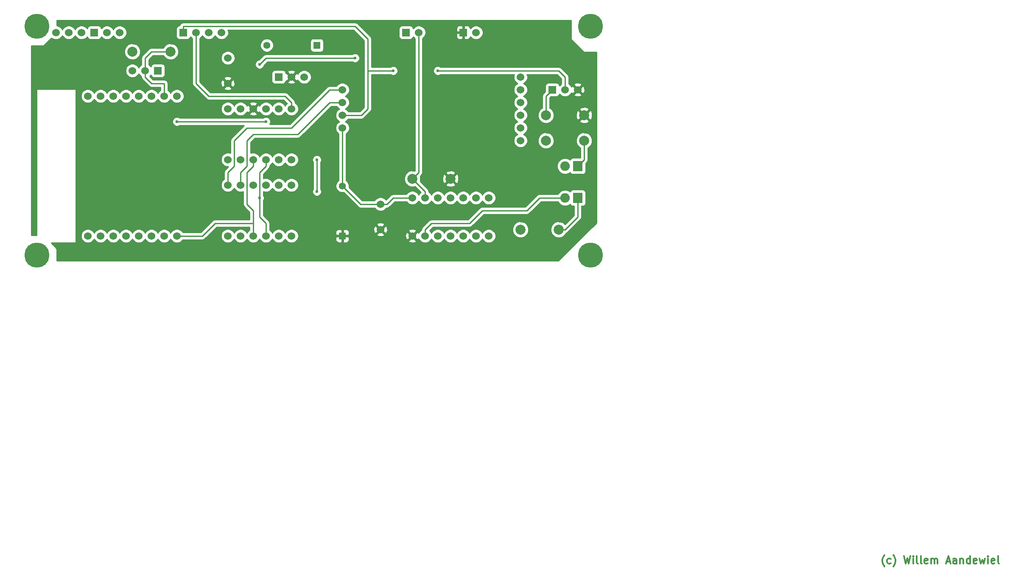
<source format=gbr>
G04 #@! TF.FileFunction,Copper,L1,Top,Signal*
%FSLAX46Y46*%
G04 Gerber Fmt 4.6, Leading zero omitted, Abs format (unit mm)*
G04 Created by KiCad (PCBNEW 4.0.6) date Wednesday, 03 May 2017 'AMt' 11:52:44*
%MOMM*%
%LPD*%
G01*
G04 APERTURE LIST*
%ADD10C,0.100000*%
%ADD11C,0.300000*%
%ADD12C,1.524000*%
%ADD13R,1.524000X1.524000*%
%ADD14R,1.400000X1.400000*%
%ADD15C,1.400000*%
%ADD16R,1.900000X2.000000*%
%ADD17C,1.900000*%
%ADD18C,1.998980*%
%ADD19C,5.000000*%
%ADD20C,0.600000*%
%ADD21C,0.250000*%
%ADD22C,0.254000*%
G04 APERTURE END LIST*
D10*
D11*
X259367143Y-190480000D02*
X259295715Y-190408571D01*
X259152858Y-190194286D01*
X259081429Y-190051429D01*
X259010000Y-189837143D01*
X258938572Y-189480000D01*
X258938572Y-189194286D01*
X259010000Y-188837143D01*
X259081429Y-188622857D01*
X259152858Y-188480000D01*
X259295715Y-188265714D01*
X259367143Y-188194286D01*
X260581429Y-189837143D02*
X260438572Y-189908571D01*
X260152858Y-189908571D01*
X260010000Y-189837143D01*
X259938572Y-189765714D01*
X259867143Y-189622857D01*
X259867143Y-189194286D01*
X259938572Y-189051429D01*
X260010000Y-188980000D01*
X260152858Y-188908571D01*
X260438572Y-188908571D01*
X260581429Y-188980000D01*
X261081429Y-190480000D02*
X261152857Y-190408571D01*
X261295714Y-190194286D01*
X261367143Y-190051429D01*
X261438572Y-189837143D01*
X261510000Y-189480000D01*
X261510000Y-189194286D01*
X261438572Y-188837143D01*
X261367143Y-188622857D01*
X261295714Y-188480000D01*
X261152857Y-188265714D01*
X261081429Y-188194286D01*
X263224286Y-188408571D02*
X263581429Y-189908571D01*
X263867143Y-188837143D01*
X264152857Y-189908571D01*
X264510000Y-188408571D01*
X265081429Y-189908571D02*
X265081429Y-188908571D01*
X265081429Y-188408571D02*
X265010000Y-188480000D01*
X265081429Y-188551429D01*
X265152857Y-188480000D01*
X265081429Y-188408571D01*
X265081429Y-188551429D01*
X266010001Y-189908571D02*
X265867143Y-189837143D01*
X265795715Y-189694286D01*
X265795715Y-188408571D01*
X266795715Y-189908571D02*
X266652857Y-189837143D01*
X266581429Y-189694286D01*
X266581429Y-188408571D01*
X267938571Y-189837143D02*
X267795714Y-189908571D01*
X267510000Y-189908571D01*
X267367143Y-189837143D01*
X267295714Y-189694286D01*
X267295714Y-189122857D01*
X267367143Y-188980000D01*
X267510000Y-188908571D01*
X267795714Y-188908571D01*
X267938571Y-188980000D01*
X268010000Y-189122857D01*
X268010000Y-189265714D01*
X267295714Y-189408571D01*
X268652857Y-189908571D02*
X268652857Y-188908571D01*
X268652857Y-189051429D02*
X268724285Y-188980000D01*
X268867143Y-188908571D01*
X269081428Y-188908571D01*
X269224285Y-188980000D01*
X269295714Y-189122857D01*
X269295714Y-189908571D01*
X269295714Y-189122857D02*
X269367143Y-188980000D01*
X269510000Y-188908571D01*
X269724285Y-188908571D01*
X269867143Y-188980000D01*
X269938571Y-189122857D01*
X269938571Y-189908571D01*
X271724285Y-189480000D02*
X272438571Y-189480000D01*
X271581428Y-189908571D02*
X272081428Y-188408571D01*
X272581428Y-189908571D01*
X273724285Y-189908571D02*
X273724285Y-189122857D01*
X273652856Y-188980000D01*
X273509999Y-188908571D01*
X273224285Y-188908571D01*
X273081428Y-188980000D01*
X273724285Y-189837143D02*
X273581428Y-189908571D01*
X273224285Y-189908571D01*
X273081428Y-189837143D01*
X273009999Y-189694286D01*
X273009999Y-189551429D01*
X273081428Y-189408571D01*
X273224285Y-189337143D01*
X273581428Y-189337143D01*
X273724285Y-189265714D01*
X274438571Y-188908571D02*
X274438571Y-189908571D01*
X274438571Y-189051429D02*
X274509999Y-188980000D01*
X274652857Y-188908571D01*
X274867142Y-188908571D01*
X275009999Y-188980000D01*
X275081428Y-189122857D01*
X275081428Y-189908571D01*
X276438571Y-189908571D02*
X276438571Y-188408571D01*
X276438571Y-189837143D02*
X276295714Y-189908571D01*
X276010000Y-189908571D01*
X275867142Y-189837143D01*
X275795714Y-189765714D01*
X275724285Y-189622857D01*
X275724285Y-189194286D01*
X275795714Y-189051429D01*
X275867142Y-188980000D01*
X276010000Y-188908571D01*
X276295714Y-188908571D01*
X276438571Y-188980000D01*
X277724285Y-189837143D02*
X277581428Y-189908571D01*
X277295714Y-189908571D01*
X277152857Y-189837143D01*
X277081428Y-189694286D01*
X277081428Y-189122857D01*
X277152857Y-188980000D01*
X277295714Y-188908571D01*
X277581428Y-188908571D01*
X277724285Y-188980000D01*
X277795714Y-189122857D01*
X277795714Y-189265714D01*
X277081428Y-189408571D01*
X278295714Y-188908571D02*
X278581428Y-189908571D01*
X278867142Y-189194286D01*
X279152857Y-189908571D01*
X279438571Y-188908571D01*
X280010000Y-189908571D02*
X280010000Y-188908571D01*
X280010000Y-188408571D02*
X279938571Y-188480000D01*
X280010000Y-188551429D01*
X280081428Y-188480000D01*
X280010000Y-188408571D01*
X280010000Y-188551429D01*
X281295714Y-189837143D02*
X281152857Y-189908571D01*
X280867143Y-189908571D01*
X280724286Y-189837143D01*
X280652857Y-189694286D01*
X280652857Y-189122857D01*
X280724286Y-188980000D01*
X280867143Y-188908571D01*
X281152857Y-188908571D01*
X281295714Y-188980000D01*
X281367143Y-189122857D01*
X281367143Y-189265714D01*
X280652857Y-189408571D01*
X282224286Y-189908571D02*
X282081428Y-189837143D01*
X282010000Y-189694286D01*
X282010000Y-188408571D01*
D12*
X151130000Y-102870000D03*
X151130000Y-100330000D03*
X151130000Y-97790000D03*
X151130000Y-95250000D03*
X186690000Y-105410000D03*
X186690000Y-102870000D03*
X186690000Y-100330000D03*
X186690000Y-97790000D03*
X186690000Y-95250000D03*
X186690000Y-92710000D03*
D13*
X175260000Y-83820000D03*
D12*
X177800000Y-83820000D03*
D14*
X151130000Y-124460000D03*
D15*
X151130000Y-114460000D03*
D12*
X128270000Y-93980000D03*
X128270000Y-88900000D03*
D14*
X146050000Y-86360000D03*
D15*
X136050000Y-86360000D03*
D12*
X158750000Y-123190000D03*
X158750000Y-118110000D03*
D16*
X198120000Y-116840000D03*
D17*
X195580000Y-116840000D03*
D16*
X198120000Y-110490000D03*
D17*
X195580000Y-110490000D03*
D13*
X119380000Y-83820000D03*
D12*
X121920000Y-83820000D03*
X124460000Y-83820000D03*
X127000000Y-83820000D03*
X165100000Y-124460000D03*
X167640000Y-124460000D03*
X170180000Y-124460000D03*
X172720000Y-124460000D03*
X175260000Y-124460000D03*
X177800000Y-124460000D03*
X180340000Y-124460000D03*
X180340000Y-116840000D03*
X177800000Y-116840000D03*
X175260000Y-116840000D03*
X172720000Y-116840000D03*
X170180000Y-116840000D03*
X167640000Y-116840000D03*
X165100000Y-116840000D03*
D13*
X114300000Y-91440000D03*
D12*
X111760000Y-91440000D03*
X109220000Y-91440000D03*
X195580000Y-95250000D03*
X198120000Y-95250000D03*
D13*
X193040000Y-95250000D03*
D18*
X172720000Y-113030000D03*
X165100000Y-113030000D03*
X194310000Y-123190000D03*
X186690000Y-123190000D03*
X116840000Y-87630000D03*
X109220000Y-87630000D03*
X199390000Y-100330000D03*
X191770000Y-100330000D03*
X199390000Y-105410000D03*
X191770000Y-105410000D03*
D13*
X163830000Y-83820000D03*
D12*
X166370000Y-83820000D03*
D13*
X138430000Y-92710000D03*
D12*
X140970000Y-92710000D03*
X143510000Y-92710000D03*
X128270000Y-124460000D03*
X130810000Y-124460000D03*
X133350000Y-124460000D03*
X135890000Y-124460000D03*
X138430000Y-124460000D03*
X140970000Y-124460000D03*
X140970000Y-114300000D03*
X138430000Y-114300000D03*
X135890000Y-114300000D03*
X133350000Y-114300000D03*
X130810000Y-114300000D03*
X128270000Y-114300000D03*
X128270000Y-109220000D03*
X130810000Y-109220000D03*
X133350000Y-109220000D03*
X135890000Y-109220000D03*
X138430000Y-109220000D03*
X140970000Y-109220000D03*
X140970000Y-99060000D03*
X138430000Y-99060000D03*
X135890000Y-99060000D03*
X133350000Y-99060000D03*
X130810000Y-99060000D03*
X128270000Y-99060000D03*
X100330000Y-124460000D03*
X102870000Y-124460000D03*
X105410000Y-124460000D03*
X107950000Y-124460000D03*
X110490000Y-124460000D03*
X113030000Y-124460000D03*
X115570000Y-124460000D03*
X118110000Y-124460000D03*
X118110000Y-96520000D03*
X115570000Y-96520000D03*
X113030000Y-96520000D03*
X110490000Y-96520000D03*
X107950000Y-96520000D03*
X105410000Y-96520000D03*
X102870000Y-96520000D03*
X100330000Y-96520000D03*
X106680000Y-83820000D03*
X104140000Y-83820000D03*
D13*
X101600000Y-83820000D03*
D12*
X99060000Y-83820000D03*
X96520000Y-83820000D03*
X93980000Y-83820000D03*
D19*
X200660000Y-82550000D03*
X200660000Y-128270000D03*
X90170000Y-82550000D03*
X90170000Y-128270000D03*
D20*
X134620000Y-116840000D03*
X170180000Y-91440000D03*
X161290000Y-91440000D03*
X146050000Y-109220000D03*
X146050000Y-115570000D03*
X153670000Y-88900000D03*
X134620000Y-90170000D03*
X128270000Y-124460000D03*
X135890000Y-101600000D03*
X118110000Y-101600000D03*
D21*
X151130000Y-114460000D02*
X151130000Y-102870000D01*
X158750000Y-118110000D02*
X154780000Y-118110000D01*
X154780000Y-118110000D02*
X151130000Y-114460000D01*
X165100000Y-116840000D02*
X161290000Y-116840000D01*
X160020000Y-118110000D02*
X158750000Y-118110000D01*
X161290000Y-116840000D02*
X160020000Y-118110000D01*
X135890000Y-109220000D02*
X135890000Y-110490000D01*
X135890000Y-121920000D02*
X135890000Y-124460000D01*
X134620000Y-120650000D02*
X135890000Y-121920000D01*
X134620000Y-111760000D02*
X134620000Y-116840000D01*
X134620000Y-116840000D02*
X134620000Y-120650000D01*
X135890000Y-110490000D02*
X134620000Y-111760000D01*
X198120000Y-116840000D02*
X198120000Y-120650000D01*
X195580000Y-123190000D02*
X194310000Y-123190000D01*
X198120000Y-120650000D02*
X195580000Y-123190000D01*
X198120000Y-116840000D02*
X198120000Y-118110000D01*
X167640000Y-124460000D02*
X167640000Y-123190000D01*
X190500000Y-116840000D02*
X195580000Y-116840000D01*
X187960000Y-119380000D02*
X190500000Y-116840000D01*
X179070000Y-119380000D02*
X187960000Y-119380000D01*
X176530000Y-121920000D02*
X179070000Y-119380000D01*
X168910000Y-121920000D02*
X176530000Y-121920000D01*
X167640000Y-123190000D02*
X168910000Y-121920000D01*
X199390000Y-105410000D02*
X199390000Y-109220000D01*
X199390000Y-109220000D02*
X198120000Y-110490000D01*
X156210000Y-91440000D02*
X161290000Y-91440000D01*
X195580000Y-92710000D02*
X195580000Y-95250000D01*
X194310000Y-91440000D02*
X195580000Y-92710000D01*
X170180000Y-91440000D02*
X194310000Y-91440000D01*
X119380000Y-83820000D02*
X119380000Y-82550000D01*
X154940000Y-100330000D02*
X151130000Y-100330000D01*
X156210000Y-99060000D02*
X154940000Y-100330000D01*
X156210000Y-85090000D02*
X156210000Y-86360000D01*
X156210000Y-86360000D02*
X156210000Y-91440000D01*
X156210000Y-91440000D02*
X156210000Y-99060000D01*
X153670000Y-82550000D02*
X156210000Y-85090000D01*
X119380000Y-82550000D02*
X153670000Y-82550000D01*
X121920000Y-83820000D02*
X121920000Y-93980000D01*
X140970000Y-97790000D02*
X140970000Y-99060000D01*
X139700000Y-96520000D02*
X140970000Y-97790000D01*
X124460000Y-96520000D02*
X139700000Y-96520000D01*
X121920000Y-93980000D02*
X124460000Y-96520000D01*
X146050000Y-115570000D02*
X146050000Y-109220000D01*
X151130000Y-97790000D02*
X148590000Y-97790000D01*
X130810000Y-111760000D02*
X130810000Y-114300000D01*
X132080000Y-110490000D02*
X130810000Y-111760000D01*
X132080000Y-105410000D02*
X132080000Y-110490000D01*
X133350000Y-104140000D02*
X132080000Y-105410000D01*
X142240000Y-104140000D02*
X133350000Y-104140000D01*
X148590000Y-97790000D02*
X142240000Y-104140000D01*
X165100000Y-113030000D02*
X167640000Y-115570000D01*
X167640000Y-115570000D02*
X167640000Y-116840000D01*
X166370000Y-83820000D02*
X166370000Y-111760000D01*
X166370000Y-111760000D02*
X165100000Y-113030000D01*
X135890000Y-88900000D02*
X153670000Y-88900000D01*
X134620000Y-90170000D02*
X135890000Y-88900000D01*
X193040000Y-95250000D02*
X191770000Y-96520000D01*
X191770000Y-96520000D02*
X191770000Y-100330000D01*
X113030000Y-87630000D02*
X116840000Y-87630000D01*
X111760000Y-91440000D02*
X111760000Y-88900000D01*
X113030000Y-87630000D02*
X111760000Y-88900000D01*
X115570000Y-96520000D02*
X115570000Y-93980000D01*
X111760000Y-92710000D02*
X113030000Y-93980000D01*
X113030000Y-93980000D02*
X115570000Y-93980000D01*
X111760000Y-92710000D02*
X111760000Y-91440000D01*
X151130000Y-95250000D02*
X148590000Y-95250000D01*
X128270000Y-111760000D02*
X128270000Y-114300000D01*
X129540000Y-110490000D02*
X128270000Y-111760000D01*
X129540000Y-105410000D02*
X129540000Y-110490000D01*
X132080000Y-102870000D02*
X129540000Y-105410000D01*
X140970000Y-102870000D02*
X132080000Y-102870000D01*
X148590000Y-95250000D02*
X140970000Y-102870000D01*
X118110000Y-101600000D02*
X135890000Y-101600000D01*
X132080000Y-118110000D02*
X133350000Y-119380000D01*
X133350000Y-119380000D02*
X133350000Y-121920000D01*
X133350000Y-124460000D02*
X133350000Y-121920000D01*
X133350000Y-121920000D02*
X125730000Y-121920000D01*
X125730000Y-121920000D02*
X123190000Y-124460000D01*
X123190000Y-124460000D02*
X118110000Y-124460000D01*
X133350000Y-109220000D02*
X133350000Y-110490000D01*
X132080000Y-111760000D02*
X132080000Y-118110000D01*
X133350000Y-110490000D02*
X132080000Y-111760000D01*
D22*
G36*
X196723000Y-85090000D02*
X196733006Y-85139410D01*
X196760197Y-85179803D01*
X199300197Y-87719803D01*
X199342211Y-87747666D01*
X199390000Y-87757000D01*
X201803000Y-87757000D01*
X201803000Y-121867394D01*
X194257394Y-129413000D01*
X94107000Y-129413000D01*
X94107000Y-127000000D01*
X94096994Y-126950590D01*
X94069803Y-126910197D01*
X93016606Y-125857000D01*
X97790000Y-125857000D01*
X97836159Y-125848315D01*
X97878553Y-125821035D01*
X97906994Y-125779410D01*
X97917000Y-125730000D01*
X97917000Y-124736661D01*
X98932758Y-124736661D01*
X99144990Y-125250303D01*
X99537630Y-125643629D01*
X100050900Y-125856757D01*
X100606661Y-125857242D01*
X101120303Y-125645010D01*
X101513629Y-125252370D01*
X101599949Y-125044488D01*
X101684990Y-125250303D01*
X102077630Y-125643629D01*
X102590900Y-125856757D01*
X103146661Y-125857242D01*
X103660303Y-125645010D01*
X104053629Y-125252370D01*
X104139949Y-125044488D01*
X104224990Y-125250303D01*
X104617630Y-125643629D01*
X105130900Y-125856757D01*
X105686661Y-125857242D01*
X106200303Y-125645010D01*
X106593629Y-125252370D01*
X106679949Y-125044488D01*
X106764990Y-125250303D01*
X107157630Y-125643629D01*
X107670900Y-125856757D01*
X108226661Y-125857242D01*
X108740303Y-125645010D01*
X109133629Y-125252370D01*
X109219949Y-125044488D01*
X109304990Y-125250303D01*
X109697630Y-125643629D01*
X110210900Y-125856757D01*
X110766661Y-125857242D01*
X111280303Y-125645010D01*
X111673629Y-125252370D01*
X111759949Y-125044488D01*
X111844990Y-125250303D01*
X112237630Y-125643629D01*
X112750900Y-125856757D01*
X113306661Y-125857242D01*
X113820303Y-125645010D01*
X114213629Y-125252370D01*
X114299949Y-125044488D01*
X114384990Y-125250303D01*
X114777630Y-125643629D01*
X115290900Y-125856757D01*
X115846661Y-125857242D01*
X116360303Y-125645010D01*
X116753629Y-125252370D01*
X116839949Y-125044488D01*
X116924990Y-125250303D01*
X117317630Y-125643629D01*
X117830900Y-125856757D01*
X118386661Y-125857242D01*
X118900303Y-125645010D01*
X119293629Y-125252370D01*
X119307070Y-125220000D01*
X123190000Y-125220000D01*
X123480839Y-125162148D01*
X123727401Y-124997401D01*
X126044802Y-122680000D01*
X132590000Y-122680000D01*
X132590000Y-123262469D01*
X132559697Y-123274990D01*
X132166371Y-123667630D01*
X132080051Y-123875512D01*
X131995010Y-123669697D01*
X131602370Y-123276371D01*
X131089100Y-123063243D01*
X130533339Y-123062758D01*
X130019697Y-123274990D01*
X129626371Y-123667630D01*
X129540051Y-123875512D01*
X129455010Y-123669697D01*
X129062370Y-123276371D01*
X128549100Y-123063243D01*
X127993339Y-123062758D01*
X127479697Y-123274990D01*
X127086371Y-123667630D01*
X126873243Y-124180900D01*
X126872758Y-124736661D01*
X127084990Y-125250303D01*
X127477630Y-125643629D01*
X127990900Y-125856757D01*
X128546661Y-125857242D01*
X129060303Y-125645010D01*
X129453629Y-125252370D01*
X129539949Y-125044488D01*
X129624990Y-125250303D01*
X130017630Y-125643629D01*
X130530900Y-125856757D01*
X131086661Y-125857242D01*
X131600303Y-125645010D01*
X131993629Y-125252370D01*
X132079949Y-125044488D01*
X132164990Y-125250303D01*
X132557630Y-125643629D01*
X133070900Y-125856757D01*
X133626661Y-125857242D01*
X134140303Y-125645010D01*
X134533629Y-125252370D01*
X134619949Y-125044488D01*
X134704990Y-125250303D01*
X135097630Y-125643629D01*
X135610900Y-125856757D01*
X136166661Y-125857242D01*
X136680303Y-125645010D01*
X137073629Y-125252370D01*
X137159949Y-125044488D01*
X137244990Y-125250303D01*
X137637630Y-125643629D01*
X138150900Y-125856757D01*
X138706661Y-125857242D01*
X139220303Y-125645010D01*
X139613629Y-125252370D01*
X139699949Y-125044488D01*
X139784990Y-125250303D01*
X140177630Y-125643629D01*
X140690900Y-125856757D01*
X141246661Y-125857242D01*
X141760303Y-125645010D01*
X142153629Y-125252370D01*
X142363995Y-124745750D01*
X149795000Y-124745750D01*
X149795000Y-125286309D01*
X149891673Y-125519698D01*
X150070301Y-125698327D01*
X150303690Y-125795000D01*
X150844250Y-125795000D01*
X151003000Y-125636250D01*
X151003000Y-124587000D01*
X151257000Y-124587000D01*
X151257000Y-125636250D01*
X151415750Y-125795000D01*
X151956310Y-125795000D01*
X152189699Y-125698327D01*
X152368327Y-125519698D01*
X152401250Y-125440213D01*
X164299392Y-125440213D01*
X164368857Y-125682397D01*
X164892302Y-125869144D01*
X165447368Y-125841362D01*
X165831143Y-125682397D01*
X165900608Y-125440213D01*
X165100000Y-124639605D01*
X164299392Y-125440213D01*
X152401250Y-125440213D01*
X152465000Y-125286309D01*
X152465000Y-124745750D01*
X152306250Y-124587000D01*
X151257000Y-124587000D01*
X151003000Y-124587000D01*
X149953750Y-124587000D01*
X149795000Y-124745750D01*
X142363995Y-124745750D01*
X142366757Y-124739100D01*
X142367242Y-124183339D01*
X142155010Y-123669697D01*
X142119067Y-123633691D01*
X149795000Y-123633691D01*
X149795000Y-124174250D01*
X149953750Y-124333000D01*
X151003000Y-124333000D01*
X151003000Y-123283750D01*
X151257000Y-123283750D01*
X151257000Y-124333000D01*
X152306250Y-124333000D01*
X152465000Y-124174250D01*
X152465000Y-124170213D01*
X157949392Y-124170213D01*
X158018857Y-124412397D01*
X158542302Y-124599144D01*
X159097368Y-124571362D01*
X159481143Y-124412397D01*
X159527062Y-124252302D01*
X163690856Y-124252302D01*
X163718638Y-124807368D01*
X163877603Y-125191143D01*
X164119787Y-125260608D01*
X164920395Y-124460000D01*
X165279605Y-124460000D01*
X166080213Y-125260608D01*
X166322397Y-125191143D01*
X166372509Y-125050682D01*
X166454990Y-125250303D01*
X166847630Y-125643629D01*
X167360900Y-125856757D01*
X167916661Y-125857242D01*
X168430303Y-125645010D01*
X168823629Y-125252370D01*
X168909949Y-125044488D01*
X168994990Y-125250303D01*
X169387630Y-125643629D01*
X169900900Y-125856757D01*
X170456661Y-125857242D01*
X170970303Y-125645010D01*
X171363629Y-125252370D01*
X171449949Y-125044488D01*
X171534990Y-125250303D01*
X171927630Y-125643629D01*
X172440900Y-125856757D01*
X172996661Y-125857242D01*
X173510303Y-125645010D01*
X173903629Y-125252370D01*
X173989949Y-125044488D01*
X174074990Y-125250303D01*
X174467630Y-125643629D01*
X174980900Y-125856757D01*
X175536661Y-125857242D01*
X176050303Y-125645010D01*
X176443629Y-125252370D01*
X176529949Y-125044488D01*
X176614990Y-125250303D01*
X177007630Y-125643629D01*
X177520900Y-125856757D01*
X178076661Y-125857242D01*
X178590303Y-125645010D01*
X178983629Y-125252370D01*
X179069949Y-125044488D01*
X179154990Y-125250303D01*
X179547630Y-125643629D01*
X180060900Y-125856757D01*
X180616661Y-125857242D01*
X181130303Y-125645010D01*
X181523629Y-125252370D01*
X181736757Y-124739100D01*
X181737242Y-124183339D01*
X181525010Y-123669697D01*
X181369280Y-123513694D01*
X185055226Y-123513694D01*
X185303538Y-124114655D01*
X185762927Y-124574846D01*
X186363453Y-124824206D01*
X187013694Y-124824774D01*
X187614655Y-124576462D01*
X188074846Y-124117073D01*
X188324206Y-123516547D01*
X188324774Y-122866306D01*
X188076462Y-122265345D01*
X187617073Y-121805154D01*
X187016547Y-121555794D01*
X186366306Y-121555226D01*
X185765345Y-121803538D01*
X185305154Y-122262927D01*
X185055794Y-122863453D01*
X185055226Y-123513694D01*
X181369280Y-123513694D01*
X181132370Y-123276371D01*
X180619100Y-123063243D01*
X180063339Y-123062758D01*
X179549697Y-123274990D01*
X179156371Y-123667630D01*
X179070051Y-123875512D01*
X178985010Y-123669697D01*
X178592370Y-123276371D01*
X178079100Y-123063243D01*
X177523339Y-123062758D01*
X177009697Y-123274990D01*
X176616371Y-123667630D01*
X176530051Y-123875512D01*
X176445010Y-123669697D01*
X176052370Y-123276371D01*
X175539100Y-123063243D01*
X174983339Y-123062758D01*
X174469697Y-123274990D01*
X174076371Y-123667630D01*
X173990051Y-123875512D01*
X173905010Y-123669697D01*
X173512370Y-123276371D01*
X172999100Y-123063243D01*
X172443339Y-123062758D01*
X171929697Y-123274990D01*
X171536371Y-123667630D01*
X171450051Y-123875512D01*
X171365010Y-123669697D01*
X170972370Y-123276371D01*
X170459100Y-123063243D01*
X169903339Y-123062758D01*
X169389697Y-123274990D01*
X168996371Y-123667630D01*
X168910051Y-123875512D01*
X168825010Y-123669697D01*
X168530315Y-123374487D01*
X169224802Y-122680000D01*
X176530000Y-122680000D01*
X176820839Y-122622148D01*
X177067401Y-122457401D01*
X179384802Y-120140000D01*
X187960000Y-120140000D01*
X188250839Y-120082148D01*
X188497401Y-119917401D01*
X190814802Y-117600000D01*
X194179053Y-117600000D01*
X194235519Y-117736657D01*
X194680997Y-118182914D01*
X195263341Y-118424724D01*
X195893893Y-118425275D01*
X196476657Y-118184481D01*
X196574337Y-118086971D01*
X196705910Y-118291441D01*
X196918110Y-118436431D01*
X197170000Y-118487440D01*
X197360000Y-118487440D01*
X197360000Y-120335198D01*
X195563274Y-122131924D01*
X195237073Y-121805154D01*
X194636547Y-121555794D01*
X193986306Y-121555226D01*
X193385345Y-121803538D01*
X192925154Y-122262927D01*
X192675794Y-122863453D01*
X192675226Y-123513694D01*
X192923538Y-124114655D01*
X193382927Y-124574846D01*
X193983453Y-124824206D01*
X194633694Y-124824774D01*
X195234655Y-124576462D01*
X195694846Y-124117073D01*
X195780807Y-123910057D01*
X195870839Y-123892148D01*
X196117401Y-123727401D01*
X198657401Y-121187401D01*
X198822148Y-120940840D01*
X198831746Y-120892586D01*
X198880000Y-120650000D01*
X198880000Y-118487440D01*
X199070000Y-118487440D01*
X199305317Y-118443162D01*
X199521441Y-118304090D01*
X199666431Y-118091890D01*
X199717440Y-117840000D01*
X199717440Y-115840000D01*
X199673162Y-115604683D01*
X199534090Y-115388559D01*
X199321890Y-115243569D01*
X199070000Y-115192560D01*
X197170000Y-115192560D01*
X196934683Y-115236838D01*
X196718559Y-115375910D01*
X196573569Y-115588110D01*
X196572945Y-115591192D01*
X196479003Y-115497086D01*
X195896659Y-115255276D01*
X195266107Y-115254725D01*
X194683343Y-115495519D01*
X194237086Y-115940997D01*
X194179367Y-116080000D01*
X190500000Y-116080000D01*
X190257414Y-116128254D01*
X190209160Y-116137852D01*
X189962599Y-116302599D01*
X187645198Y-118620000D01*
X179070000Y-118620000D01*
X178827414Y-118668254D01*
X178779160Y-118677852D01*
X178532599Y-118842599D01*
X176215198Y-121160000D01*
X168910000Y-121160000D01*
X168619160Y-121217852D01*
X168372599Y-121382599D01*
X167102599Y-122652599D01*
X166937852Y-122899161D01*
X166880000Y-123190000D01*
X166880000Y-123262469D01*
X166849697Y-123274990D01*
X166456371Y-123667630D01*
X166376605Y-123859727D01*
X166322397Y-123728857D01*
X166080213Y-123659392D01*
X165279605Y-124460000D01*
X164920395Y-124460000D01*
X164119787Y-123659392D01*
X163877603Y-123728857D01*
X163690856Y-124252302D01*
X159527062Y-124252302D01*
X159550608Y-124170213D01*
X158750000Y-123369605D01*
X157949392Y-124170213D01*
X152465000Y-124170213D01*
X152465000Y-123633691D01*
X152368327Y-123400302D01*
X152189699Y-123221673D01*
X151956310Y-123125000D01*
X151415750Y-123125000D01*
X151257000Y-123283750D01*
X151003000Y-123283750D01*
X150844250Y-123125000D01*
X150303690Y-123125000D01*
X150070301Y-123221673D01*
X149891673Y-123400302D01*
X149795000Y-123633691D01*
X142119067Y-123633691D01*
X141762370Y-123276371D01*
X141249100Y-123063243D01*
X140693339Y-123062758D01*
X140179697Y-123274990D01*
X139786371Y-123667630D01*
X139700051Y-123875512D01*
X139615010Y-123669697D01*
X139222370Y-123276371D01*
X138709100Y-123063243D01*
X138153339Y-123062758D01*
X137639697Y-123274990D01*
X137246371Y-123667630D01*
X137160051Y-123875512D01*
X137075010Y-123669697D01*
X136682370Y-123276371D01*
X136650000Y-123262930D01*
X136650000Y-122982302D01*
X157340856Y-122982302D01*
X157368638Y-123537368D01*
X157527603Y-123921143D01*
X157769787Y-123990608D01*
X158570395Y-123190000D01*
X158929605Y-123190000D01*
X159730213Y-123990608D01*
X159972397Y-123921143D01*
X160129857Y-123479787D01*
X164299392Y-123479787D01*
X165100000Y-124280395D01*
X165900608Y-123479787D01*
X165831143Y-123237603D01*
X165307698Y-123050856D01*
X164752632Y-123078638D01*
X164368857Y-123237603D01*
X164299392Y-123479787D01*
X160129857Y-123479787D01*
X160159144Y-123397698D01*
X160131362Y-122842632D01*
X159972397Y-122458857D01*
X159730213Y-122389392D01*
X158929605Y-123190000D01*
X158570395Y-123190000D01*
X157769787Y-122389392D01*
X157527603Y-122458857D01*
X157340856Y-122982302D01*
X136650000Y-122982302D01*
X136650000Y-122209787D01*
X157949392Y-122209787D01*
X158750000Y-123010395D01*
X159550608Y-122209787D01*
X159481143Y-121967603D01*
X158957698Y-121780856D01*
X158402632Y-121808638D01*
X158018857Y-121967603D01*
X157949392Y-122209787D01*
X136650000Y-122209787D01*
X136650000Y-121920000D01*
X136592148Y-121629161D01*
X136592148Y-121629160D01*
X136427401Y-121382599D01*
X135380000Y-120335198D01*
X135380000Y-117402463D01*
X135412192Y-117370327D01*
X135554838Y-117026799D01*
X135555162Y-116654833D01*
X135413117Y-116311057D01*
X135380000Y-116277882D01*
X135380000Y-115600879D01*
X135610900Y-115696757D01*
X136166661Y-115697242D01*
X136680303Y-115485010D01*
X137073629Y-115092370D01*
X137159949Y-114884488D01*
X137244990Y-115090303D01*
X137637630Y-115483629D01*
X138150900Y-115696757D01*
X138706661Y-115697242D01*
X139220303Y-115485010D01*
X139613629Y-115092370D01*
X139699949Y-114884488D01*
X139784990Y-115090303D01*
X140177630Y-115483629D01*
X140690900Y-115696757D01*
X141246661Y-115697242D01*
X141760303Y-115485010D01*
X142153629Y-115092370D01*
X142366757Y-114579100D01*
X142367242Y-114023339D01*
X142155010Y-113509697D01*
X141762370Y-113116371D01*
X141249100Y-112903243D01*
X140693339Y-112902758D01*
X140179697Y-113114990D01*
X139786371Y-113507630D01*
X139700051Y-113715512D01*
X139615010Y-113509697D01*
X139222370Y-113116371D01*
X138709100Y-112903243D01*
X138153339Y-112902758D01*
X137639697Y-113114990D01*
X137246371Y-113507630D01*
X137160051Y-113715512D01*
X137075010Y-113509697D01*
X136682370Y-113116371D01*
X136169100Y-112903243D01*
X135613339Y-112902758D01*
X135380000Y-112999171D01*
X135380000Y-112074802D01*
X136427401Y-111027401D01*
X136592148Y-110780840D01*
X136650000Y-110490000D01*
X136650000Y-110417531D01*
X136680303Y-110405010D01*
X137073629Y-110012370D01*
X137159949Y-109804488D01*
X137244990Y-110010303D01*
X137637630Y-110403629D01*
X138150900Y-110616757D01*
X138706661Y-110617242D01*
X139220303Y-110405010D01*
X139613629Y-110012370D01*
X139699949Y-109804488D01*
X139784990Y-110010303D01*
X140177630Y-110403629D01*
X140690900Y-110616757D01*
X141246661Y-110617242D01*
X141760303Y-110405010D01*
X142153629Y-110012370D01*
X142366757Y-109499100D01*
X142366838Y-109405167D01*
X145114838Y-109405167D01*
X145256883Y-109748943D01*
X145290000Y-109782118D01*
X145290000Y-115007537D01*
X145257808Y-115039673D01*
X145115162Y-115383201D01*
X145114838Y-115755167D01*
X145256883Y-116098943D01*
X145519673Y-116362192D01*
X145863201Y-116504838D01*
X146235167Y-116505162D01*
X146578943Y-116363117D01*
X146842192Y-116100327D01*
X146984838Y-115756799D01*
X146985162Y-115384833D01*
X146843117Y-115041057D01*
X146810000Y-115007882D01*
X146810000Y-109782463D01*
X146842192Y-109750327D01*
X146984838Y-109406799D01*
X146985162Y-109034833D01*
X146843117Y-108691057D01*
X146580327Y-108427808D01*
X146236799Y-108285162D01*
X145864833Y-108284838D01*
X145521057Y-108426883D01*
X145257808Y-108689673D01*
X145115162Y-109033201D01*
X145114838Y-109405167D01*
X142366838Y-109405167D01*
X142367242Y-108943339D01*
X142155010Y-108429697D01*
X141762370Y-108036371D01*
X141249100Y-107823243D01*
X140693339Y-107822758D01*
X140179697Y-108034990D01*
X139786371Y-108427630D01*
X139700051Y-108635512D01*
X139615010Y-108429697D01*
X139222370Y-108036371D01*
X138709100Y-107823243D01*
X138153339Y-107822758D01*
X137639697Y-108034990D01*
X137246371Y-108427630D01*
X137160051Y-108635512D01*
X137075010Y-108429697D01*
X136682370Y-108036371D01*
X136169100Y-107823243D01*
X135613339Y-107822758D01*
X135099697Y-108034990D01*
X134706371Y-108427630D01*
X134620051Y-108635512D01*
X134535010Y-108429697D01*
X134142370Y-108036371D01*
X133629100Y-107823243D01*
X133073339Y-107822758D01*
X132840000Y-107919171D01*
X132840000Y-105724802D01*
X133664802Y-104900000D01*
X142240000Y-104900000D01*
X142530839Y-104842148D01*
X142777401Y-104677401D01*
X148904802Y-98550000D01*
X149932469Y-98550000D01*
X149944990Y-98580303D01*
X150337630Y-98973629D01*
X150545512Y-99059949D01*
X150339697Y-99144990D01*
X149946371Y-99537630D01*
X149733243Y-100050900D01*
X149732758Y-100606661D01*
X149944990Y-101120303D01*
X150337630Y-101513629D01*
X150545512Y-101599949D01*
X150339697Y-101684990D01*
X149946371Y-102077630D01*
X149733243Y-102590900D01*
X149732758Y-103146661D01*
X149944990Y-103660303D01*
X150337630Y-104053629D01*
X150370000Y-104067070D01*
X150370000Y-113332345D01*
X149998902Y-113702796D01*
X149795232Y-114193287D01*
X149794769Y-114724383D01*
X149997582Y-115215229D01*
X150372796Y-115591098D01*
X150863287Y-115794768D01*
X151390425Y-115795228D01*
X154242599Y-118647402D01*
X154489161Y-118812148D01*
X154780000Y-118870000D01*
X157552469Y-118870000D01*
X157564990Y-118900303D01*
X157957630Y-119293629D01*
X158470900Y-119506757D01*
X159026661Y-119507242D01*
X159540303Y-119295010D01*
X159933629Y-118902370D01*
X159947070Y-118870000D01*
X160020000Y-118870000D01*
X160310839Y-118812148D01*
X160557401Y-118647401D01*
X161604802Y-117600000D01*
X163902469Y-117600000D01*
X163914990Y-117630303D01*
X164307630Y-118023629D01*
X164820900Y-118236757D01*
X165376661Y-118237242D01*
X165890303Y-118025010D01*
X166283629Y-117632370D01*
X166369949Y-117424488D01*
X166454990Y-117630303D01*
X166847630Y-118023629D01*
X167360900Y-118236757D01*
X167916661Y-118237242D01*
X168430303Y-118025010D01*
X168823629Y-117632370D01*
X168909949Y-117424488D01*
X168994990Y-117630303D01*
X169387630Y-118023629D01*
X169900900Y-118236757D01*
X170456661Y-118237242D01*
X170970303Y-118025010D01*
X171363629Y-117632370D01*
X171449949Y-117424488D01*
X171534990Y-117630303D01*
X171927630Y-118023629D01*
X172440900Y-118236757D01*
X172996661Y-118237242D01*
X173510303Y-118025010D01*
X173903629Y-117632370D01*
X173989949Y-117424488D01*
X174074990Y-117630303D01*
X174467630Y-118023629D01*
X174980900Y-118236757D01*
X175536661Y-118237242D01*
X176050303Y-118025010D01*
X176443629Y-117632370D01*
X176529949Y-117424488D01*
X176614990Y-117630303D01*
X177007630Y-118023629D01*
X177520900Y-118236757D01*
X178076661Y-118237242D01*
X178590303Y-118025010D01*
X178983629Y-117632370D01*
X179069949Y-117424488D01*
X179154990Y-117630303D01*
X179547630Y-118023629D01*
X180060900Y-118236757D01*
X180616661Y-118237242D01*
X181130303Y-118025010D01*
X181523629Y-117632370D01*
X181736757Y-117119100D01*
X181737242Y-116563339D01*
X181525010Y-116049697D01*
X181132370Y-115656371D01*
X180619100Y-115443243D01*
X180063339Y-115442758D01*
X179549697Y-115654990D01*
X179156371Y-116047630D01*
X179070051Y-116255512D01*
X178985010Y-116049697D01*
X178592370Y-115656371D01*
X178079100Y-115443243D01*
X177523339Y-115442758D01*
X177009697Y-115654990D01*
X176616371Y-116047630D01*
X176530051Y-116255512D01*
X176445010Y-116049697D01*
X176052370Y-115656371D01*
X175539100Y-115443243D01*
X174983339Y-115442758D01*
X174469697Y-115654990D01*
X174076371Y-116047630D01*
X173990051Y-116255512D01*
X173905010Y-116049697D01*
X173512370Y-115656371D01*
X172999100Y-115443243D01*
X172443339Y-115442758D01*
X171929697Y-115654990D01*
X171536371Y-116047630D01*
X171450051Y-116255512D01*
X171365010Y-116049697D01*
X170972370Y-115656371D01*
X170459100Y-115443243D01*
X169903339Y-115442758D01*
X169389697Y-115654990D01*
X168996371Y-116047630D01*
X168910051Y-116255512D01*
X168825010Y-116049697D01*
X168432370Y-115656371D01*
X168400000Y-115642930D01*
X168400000Y-115570000D01*
X168342148Y-115279161D01*
X168342148Y-115279160D01*
X168177401Y-115032599D01*
X167326965Y-114182163D01*
X171747443Y-114182163D01*
X171846042Y-114448965D01*
X172455582Y-114675401D01*
X173105377Y-114651341D01*
X173593958Y-114448965D01*
X173692557Y-114182163D01*
X172720000Y-113209605D01*
X171747443Y-114182163D01*
X167326965Y-114182163D01*
X166665885Y-113521083D01*
X166734206Y-113356547D01*
X166734722Y-112765582D01*
X171074599Y-112765582D01*
X171098659Y-113415377D01*
X171301035Y-113903958D01*
X171567837Y-114002557D01*
X172540395Y-113030000D01*
X172899605Y-113030000D01*
X173872163Y-114002557D01*
X174138965Y-113903958D01*
X174365401Y-113294418D01*
X174341341Y-112644623D01*
X174138965Y-112156042D01*
X173872163Y-112057443D01*
X172899605Y-113030000D01*
X172540395Y-113030000D01*
X171567837Y-112057443D01*
X171301035Y-112156042D01*
X171074599Y-112765582D01*
X166734722Y-112765582D01*
X166734774Y-112706306D01*
X166665691Y-112539111D01*
X166907401Y-112297401D01*
X167072148Y-112050840D01*
X167106560Y-111877837D01*
X171747443Y-111877837D01*
X172720000Y-112850395D01*
X173692557Y-111877837D01*
X173593958Y-111611035D01*
X172984418Y-111384599D01*
X172334623Y-111408659D01*
X171846042Y-111611035D01*
X171747443Y-111877837D01*
X167106560Y-111877837D01*
X167130000Y-111760000D01*
X167130000Y-110803893D01*
X193994725Y-110803893D01*
X194235519Y-111386657D01*
X194680997Y-111832914D01*
X195263341Y-112074724D01*
X195893893Y-112075275D01*
X196476657Y-111834481D01*
X196574337Y-111736971D01*
X196705910Y-111941441D01*
X196918110Y-112086431D01*
X197170000Y-112137440D01*
X199070000Y-112137440D01*
X199305317Y-112093162D01*
X199521441Y-111954090D01*
X199666431Y-111741890D01*
X199717440Y-111490000D01*
X199717440Y-109967362D01*
X199927401Y-109757401D01*
X200092148Y-109510840D01*
X200150000Y-109220000D01*
X200150000Y-106864496D01*
X200314655Y-106796462D01*
X200774846Y-106337073D01*
X201024206Y-105736547D01*
X201024774Y-105086306D01*
X200776462Y-104485345D01*
X200317073Y-104025154D01*
X199716547Y-103775794D01*
X199066306Y-103775226D01*
X198465345Y-104023538D01*
X198005154Y-104482927D01*
X197755794Y-105083453D01*
X197755226Y-105733694D01*
X198003538Y-106334655D01*
X198462927Y-106794846D01*
X198630000Y-106864221D01*
X198630000Y-108842560D01*
X197170000Y-108842560D01*
X196934683Y-108886838D01*
X196718559Y-109025910D01*
X196573569Y-109238110D01*
X196572945Y-109241192D01*
X196479003Y-109147086D01*
X195896659Y-108905276D01*
X195266107Y-108904725D01*
X194683343Y-109145519D01*
X194237086Y-109590997D01*
X193995276Y-110173341D01*
X193994725Y-110803893D01*
X167130000Y-110803893D01*
X167130000Y-91625167D01*
X169244838Y-91625167D01*
X169386883Y-91968943D01*
X169649673Y-92232192D01*
X169993201Y-92374838D01*
X170365167Y-92375162D01*
X170708943Y-92233117D01*
X170742118Y-92200000D01*
X185389121Y-92200000D01*
X185293243Y-92430900D01*
X185292758Y-92986661D01*
X185504990Y-93500303D01*
X185897630Y-93893629D01*
X186105512Y-93979949D01*
X185899697Y-94064990D01*
X185506371Y-94457630D01*
X185293243Y-94970900D01*
X185292758Y-95526661D01*
X185504990Y-96040303D01*
X185897630Y-96433629D01*
X186105512Y-96519949D01*
X185899697Y-96604990D01*
X185506371Y-96997630D01*
X185293243Y-97510900D01*
X185292758Y-98066661D01*
X185504990Y-98580303D01*
X185897630Y-98973629D01*
X186105512Y-99059949D01*
X185899697Y-99144990D01*
X185506371Y-99537630D01*
X185293243Y-100050900D01*
X185292758Y-100606661D01*
X185504990Y-101120303D01*
X185897630Y-101513629D01*
X186105512Y-101599949D01*
X185899697Y-101684990D01*
X185506371Y-102077630D01*
X185293243Y-102590900D01*
X185292758Y-103146661D01*
X185504990Y-103660303D01*
X185897630Y-104053629D01*
X186105512Y-104139949D01*
X185899697Y-104224990D01*
X185506371Y-104617630D01*
X185293243Y-105130900D01*
X185292758Y-105686661D01*
X185504990Y-106200303D01*
X185897630Y-106593629D01*
X186410900Y-106806757D01*
X186966661Y-106807242D01*
X187480303Y-106595010D01*
X187873629Y-106202370D01*
X188068239Y-105733694D01*
X190135226Y-105733694D01*
X190383538Y-106334655D01*
X190842927Y-106794846D01*
X191443453Y-107044206D01*
X192093694Y-107044774D01*
X192694655Y-106796462D01*
X193154846Y-106337073D01*
X193404206Y-105736547D01*
X193404774Y-105086306D01*
X193156462Y-104485345D01*
X192697073Y-104025154D01*
X192096547Y-103775794D01*
X191446306Y-103775226D01*
X190845345Y-104023538D01*
X190385154Y-104482927D01*
X190135794Y-105083453D01*
X190135226Y-105733694D01*
X188068239Y-105733694D01*
X188086757Y-105689100D01*
X188087242Y-105133339D01*
X187875010Y-104619697D01*
X187482370Y-104226371D01*
X187274488Y-104140051D01*
X187480303Y-104055010D01*
X187873629Y-103662370D01*
X188086757Y-103149100D01*
X188087242Y-102593339D01*
X187875010Y-102079697D01*
X187482370Y-101686371D01*
X187274488Y-101600051D01*
X187480303Y-101515010D01*
X187873629Y-101122370D01*
X188086757Y-100609100D01*
X188087242Y-100053339D01*
X187875010Y-99539697D01*
X187482370Y-99146371D01*
X187274488Y-99060051D01*
X187480303Y-98975010D01*
X187873629Y-98582370D01*
X188086757Y-98069100D01*
X188087242Y-97513339D01*
X187875010Y-96999697D01*
X187482370Y-96606371D01*
X187274488Y-96520051D01*
X187480303Y-96435010D01*
X187873629Y-96042370D01*
X188086757Y-95529100D01*
X188087242Y-94973339D01*
X187875010Y-94459697D01*
X187482370Y-94066371D01*
X187274488Y-93980051D01*
X187480303Y-93895010D01*
X187873629Y-93502370D01*
X188086757Y-92989100D01*
X188087242Y-92433339D01*
X187990829Y-92200000D01*
X193995198Y-92200000D01*
X194820000Y-93024802D01*
X194820000Y-94052469D01*
X194789697Y-94064990D01*
X194436237Y-94417833D01*
X194405162Y-94252683D01*
X194266090Y-94036559D01*
X194053890Y-93891569D01*
X193802000Y-93840560D01*
X192278000Y-93840560D01*
X192042683Y-93884838D01*
X191826559Y-94023910D01*
X191681569Y-94236110D01*
X191630560Y-94488000D01*
X191630560Y-95584638D01*
X191232599Y-95982599D01*
X191067852Y-96229161D01*
X191010000Y-96520000D01*
X191010000Y-98875504D01*
X190845345Y-98943538D01*
X190385154Y-99402927D01*
X190135794Y-100003453D01*
X190135226Y-100653694D01*
X190383538Y-101254655D01*
X190842927Y-101714846D01*
X191443453Y-101964206D01*
X192093694Y-101964774D01*
X192694655Y-101716462D01*
X192929363Y-101482163D01*
X198417443Y-101482163D01*
X198516042Y-101748965D01*
X199125582Y-101975401D01*
X199775377Y-101951341D01*
X200263958Y-101748965D01*
X200362557Y-101482163D01*
X199390000Y-100509605D01*
X198417443Y-101482163D01*
X192929363Y-101482163D01*
X193154846Y-101257073D01*
X193404206Y-100656547D01*
X193404722Y-100065582D01*
X197744599Y-100065582D01*
X197768659Y-100715377D01*
X197971035Y-101203958D01*
X198237837Y-101302557D01*
X199210395Y-100330000D01*
X199569605Y-100330000D01*
X200542163Y-101302557D01*
X200808965Y-101203958D01*
X201035401Y-100594418D01*
X201011341Y-99944623D01*
X200808965Y-99456042D01*
X200542163Y-99357443D01*
X199569605Y-100330000D01*
X199210395Y-100330000D01*
X198237837Y-99357443D01*
X197971035Y-99456042D01*
X197744599Y-100065582D01*
X193404722Y-100065582D01*
X193404774Y-100006306D01*
X193156462Y-99405345D01*
X192929351Y-99177837D01*
X198417443Y-99177837D01*
X199390000Y-100150395D01*
X200362557Y-99177837D01*
X200263958Y-98911035D01*
X199654418Y-98684599D01*
X199004623Y-98708659D01*
X198516042Y-98911035D01*
X198417443Y-99177837D01*
X192929351Y-99177837D01*
X192697073Y-98945154D01*
X192530000Y-98875779D01*
X192530000Y-96834802D01*
X192705362Y-96659440D01*
X193802000Y-96659440D01*
X194037317Y-96615162D01*
X194253441Y-96476090D01*
X194398431Y-96263890D01*
X194435492Y-96080876D01*
X194787630Y-96433629D01*
X195300900Y-96646757D01*
X195856661Y-96647242D01*
X196370303Y-96435010D01*
X196575457Y-96230213D01*
X197319392Y-96230213D01*
X197388857Y-96472397D01*
X197912302Y-96659144D01*
X198467368Y-96631362D01*
X198851143Y-96472397D01*
X198920608Y-96230213D01*
X198120000Y-95429605D01*
X197319392Y-96230213D01*
X196575457Y-96230213D01*
X196763629Y-96042370D01*
X196843395Y-95850273D01*
X196897603Y-95981143D01*
X197139787Y-96050608D01*
X197940395Y-95250000D01*
X198299605Y-95250000D01*
X199100213Y-96050608D01*
X199342397Y-95981143D01*
X199529144Y-95457698D01*
X199501362Y-94902632D01*
X199342397Y-94518857D01*
X199100213Y-94449392D01*
X198299605Y-95250000D01*
X197940395Y-95250000D01*
X197139787Y-94449392D01*
X196897603Y-94518857D01*
X196847491Y-94659318D01*
X196765010Y-94459697D01*
X196575432Y-94269787D01*
X197319392Y-94269787D01*
X198120000Y-95070395D01*
X198920608Y-94269787D01*
X198851143Y-94027603D01*
X198327698Y-93840856D01*
X197772632Y-93868638D01*
X197388857Y-94027603D01*
X197319392Y-94269787D01*
X196575432Y-94269787D01*
X196372370Y-94066371D01*
X196340000Y-94052930D01*
X196340000Y-92710000D01*
X196289056Y-92453890D01*
X196282148Y-92419160D01*
X196117401Y-92172599D01*
X194847401Y-90902599D01*
X194600839Y-90737852D01*
X194310000Y-90680000D01*
X170742463Y-90680000D01*
X170710327Y-90647808D01*
X170366799Y-90505162D01*
X169994833Y-90504838D01*
X169651057Y-90646883D01*
X169387808Y-90909673D01*
X169245162Y-91253201D01*
X169244838Y-91625167D01*
X167130000Y-91625167D01*
X167130000Y-85017531D01*
X167160303Y-85005010D01*
X167553629Y-84612370D01*
X167763995Y-84105750D01*
X173863000Y-84105750D01*
X173863000Y-84708310D01*
X173959673Y-84941699D01*
X174138302Y-85120327D01*
X174371691Y-85217000D01*
X174974250Y-85217000D01*
X175133000Y-85058250D01*
X175133000Y-83947000D01*
X174021750Y-83947000D01*
X173863000Y-84105750D01*
X167763995Y-84105750D01*
X167766757Y-84099100D01*
X167767242Y-83543339D01*
X167555010Y-83029697D01*
X167457174Y-82931690D01*
X173863000Y-82931690D01*
X173863000Y-83534250D01*
X174021750Y-83693000D01*
X175133000Y-83693000D01*
X175133000Y-82581750D01*
X175387000Y-82581750D01*
X175387000Y-83693000D01*
X175407000Y-83693000D01*
X175407000Y-83947000D01*
X175387000Y-83947000D01*
X175387000Y-85058250D01*
X175545750Y-85217000D01*
X176148309Y-85217000D01*
X176381698Y-85120327D01*
X176560327Y-84941699D01*
X176657000Y-84708310D01*
X176657000Y-84652386D01*
X177007630Y-85003629D01*
X177520900Y-85216757D01*
X178076661Y-85217242D01*
X178590303Y-85005010D01*
X178983629Y-84612370D01*
X179196757Y-84099100D01*
X179197242Y-83543339D01*
X178985010Y-83029697D01*
X178592370Y-82636371D01*
X178079100Y-82423243D01*
X177523339Y-82422758D01*
X177009697Y-82634990D01*
X176657000Y-82987072D01*
X176657000Y-82931690D01*
X176560327Y-82698301D01*
X176381698Y-82519673D01*
X176148309Y-82423000D01*
X175545750Y-82423000D01*
X175387000Y-82581750D01*
X175133000Y-82581750D01*
X174974250Y-82423000D01*
X174371691Y-82423000D01*
X174138302Y-82519673D01*
X173959673Y-82698301D01*
X173863000Y-82931690D01*
X167457174Y-82931690D01*
X167162370Y-82636371D01*
X166649100Y-82423243D01*
X166093339Y-82422758D01*
X165579697Y-82634990D01*
X165226237Y-82987833D01*
X165195162Y-82822683D01*
X165056090Y-82606559D01*
X164843890Y-82461569D01*
X164592000Y-82410560D01*
X163068000Y-82410560D01*
X162832683Y-82454838D01*
X162616559Y-82593910D01*
X162471569Y-82806110D01*
X162420560Y-83058000D01*
X162420560Y-84582000D01*
X162464838Y-84817317D01*
X162603910Y-85033441D01*
X162816110Y-85178431D01*
X163068000Y-85229440D01*
X164592000Y-85229440D01*
X164827317Y-85185162D01*
X165043441Y-85046090D01*
X165188431Y-84833890D01*
X165225492Y-84650876D01*
X165577630Y-85003629D01*
X165610000Y-85017070D01*
X165610000Y-111445198D01*
X165591083Y-111464115D01*
X165426547Y-111395794D01*
X164776306Y-111395226D01*
X164175345Y-111643538D01*
X163715154Y-112102927D01*
X163465794Y-112703453D01*
X163465226Y-113353694D01*
X163713538Y-113954655D01*
X164172927Y-114414846D01*
X164773453Y-114664206D01*
X165423694Y-114664774D01*
X165590889Y-114595691D01*
X166749855Y-115754657D01*
X166456371Y-116047630D01*
X166370051Y-116255512D01*
X166285010Y-116049697D01*
X165892370Y-115656371D01*
X165379100Y-115443243D01*
X164823339Y-115442758D01*
X164309697Y-115654990D01*
X163916371Y-116047630D01*
X163902930Y-116080000D01*
X161290000Y-116080000D01*
X160999160Y-116137852D01*
X160752599Y-116302599D01*
X159835343Y-117219855D01*
X159542370Y-116926371D01*
X159029100Y-116713243D01*
X158473339Y-116712758D01*
X157959697Y-116924990D01*
X157566371Y-117317630D01*
X157552930Y-117350000D01*
X155094803Y-117350000D01*
X152464774Y-114719972D01*
X152465231Y-114195617D01*
X152262418Y-113704771D01*
X151890000Y-113331703D01*
X151890000Y-104067531D01*
X151920303Y-104055010D01*
X152313629Y-103662370D01*
X152526757Y-103149100D01*
X152527242Y-102593339D01*
X152315010Y-102079697D01*
X151922370Y-101686371D01*
X151714488Y-101600051D01*
X151920303Y-101515010D01*
X152313629Y-101122370D01*
X152327070Y-101090000D01*
X154940000Y-101090000D01*
X155230839Y-101032148D01*
X155477401Y-100867401D01*
X156747401Y-99597401D01*
X156912148Y-99350840D01*
X156970000Y-99060000D01*
X156970000Y-92200000D01*
X160727537Y-92200000D01*
X160759673Y-92232192D01*
X161103201Y-92374838D01*
X161475167Y-92375162D01*
X161818943Y-92233117D01*
X162082192Y-91970327D01*
X162224838Y-91626799D01*
X162225162Y-91254833D01*
X162083117Y-90911057D01*
X161820327Y-90647808D01*
X161476799Y-90505162D01*
X161104833Y-90504838D01*
X160761057Y-90646883D01*
X160727882Y-90680000D01*
X156970000Y-90680000D01*
X156970000Y-85090000D01*
X156919056Y-84833890D01*
X156912148Y-84799160D01*
X156747401Y-84552599D01*
X154207401Y-82012599D01*
X153960839Y-81847852D01*
X153670000Y-81790000D01*
X119380000Y-81790000D01*
X119089161Y-81847852D01*
X118842599Y-82012599D01*
X118677852Y-82259161D01*
X118647737Y-82410560D01*
X118618000Y-82410560D01*
X118382683Y-82454838D01*
X118166559Y-82593910D01*
X118021569Y-82806110D01*
X117970560Y-83058000D01*
X117970560Y-84582000D01*
X118014838Y-84817317D01*
X118153910Y-85033441D01*
X118366110Y-85178431D01*
X118618000Y-85229440D01*
X120142000Y-85229440D01*
X120377317Y-85185162D01*
X120593441Y-85046090D01*
X120738431Y-84833890D01*
X120775492Y-84650876D01*
X121127630Y-85003629D01*
X121160000Y-85017070D01*
X121160000Y-93980000D01*
X121217852Y-94270839D01*
X121382599Y-94517401D01*
X123922599Y-97057401D01*
X124169160Y-97222148D01*
X124217414Y-97231746D01*
X124460000Y-97280000D01*
X139385198Y-97280000D01*
X140079855Y-97974657D01*
X139786371Y-98267630D01*
X139700051Y-98475512D01*
X139615010Y-98269697D01*
X139222370Y-97876371D01*
X138709100Y-97663243D01*
X138153339Y-97662758D01*
X137639697Y-97874990D01*
X137246371Y-98267630D01*
X137160051Y-98475512D01*
X137075010Y-98269697D01*
X136682370Y-97876371D01*
X136169100Y-97663243D01*
X135613339Y-97662758D01*
X135099697Y-97874990D01*
X134706371Y-98267630D01*
X134626605Y-98459727D01*
X134572397Y-98328857D01*
X134330213Y-98259392D01*
X133529605Y-99060000D01*
X134330213Y-99860608D01*
X134572397Y-99791143D01*
X134622509Y-99650682D01*
X134704990Y-99850303D01*
X135097630Y-100243629D01*
X135610900Y-100456757D01*
X136166661Y-100457242D01*
X136680303Y-100245010D01*
X137073629Y-99852370D01*
X137159949Y-99644488D01*
X137244990Y-99850303D01*
X137637630Y-100243629D01*
X138150900Y-100456757D01*
X138706661Y-100457242D01*
X139220303Y-100245010D01*
X139613629Y-99852370D01*
X139699949Y-99644488D01*
X139784990Y-99850303D01*
X140177630Y-100243629D01*
X140690900Y-100456757D01*
X141246661Y-100457242D01*
X141760303Y-100245010D01*
X142153629Y-99852370D01*
X142366757Y-99339100D01*
X142367242Y-98783339D01*
X142155010Y-98269697D01*
X141762370Y-97876371D01*
X141730000Y-97862930D01*
X141730000Y-97790000D01*
X141672148Y-97499161D01*
X141672148Y-97499160D01*
X141507401Y-97252599D01*
X140237401Y-95982599D01*
X139990839Y-95817852D01*
X139700000Y-95760000D01*
X124774802Y-95760000D01*
X123975015Y-94960213D01*
X127469392Y-94960213D01*
X127538857Y-95202397D01*
X128062302Y-95389144D01*
X128617368Y-95361362D01*
X129001143Y-95202397D01*
X129070608Y-94960213D01*
X128270000Y-94159605D01*
X127469392Y-94960213D01*
X123975015Y-94960213D01*
X122787104Y-93772302D01*
X126860856Y-93772302D01*
X126888638Y-94327368D01*
X127047603Y-94711143D01*
X127289787Y-94780608D01*
X128090395Y-93980000D01*
X128449605Y-93980000D01*
X129250213Y-94780608D01*
X129492397Y-94711143D01*
X129679144Y-94187698D01*
X129651362Y-93632632D01*
X129492397Y-93248857D01*
X129250213Y-93179392D01*
X128449605Y-93980000D01*
X128090395Y-93980000D01*
X127289787Y-93179392D01*
X127047603Y-93248857D01*
X126860856Y-93772302D01*
X122787104Y-93772302D01*
X122680000Y-93665198D01*
X122680000Y-92999787D01*
X127469392Y-92999787D01*
X128270000Y-93800395D01*
X129070608Y-92999787D01*
X129001143Y-92757603D01*
X128477698Y-92570856D01*
X127922632Y-92598638D01*
X127538857Y-92757603D01*
X127469392Y-92999787D01*
X122680000Y-92999787D01*
X122680000Y-91948000D01*
X137020560Y-91948000D01*
X137020560Y-93472000D01*
X137064838Y-93707317D01*
X137203910Y-93923441D01*
X137416110Y-94068431D01*
X137668000Y-94119440D01*
X139192000Y-94119440D01*
X139427317Y-94075162D01*
X139643441Y-93936090D01*
X139788431Y-93723890D01*
X139795250Y-93690213D01*
X140169392Y-93690213D01*
X140238857Y-93932397D01*
X140762302Y-94119144D01*
X141317368Y-94091362D01*
X141701143Y-93932397D01*
X141770608Y-93690213D01*
X140970000Y-92889605D01*
X140169392Y-93690213D01*
X139795250Y-93690213D01*
X139839440Y-93472000D01*
X139839440Y-93467484D01*
X139989787Y-93510608D01*
X140790395Y-92710000D01*
X141149605Y-92710000D01*
X141950213Y-93510608D01*
X142192397Y-93441143D01*
X142242509Y-93300682D01*
X142324990Y-93500303D01*
X142717630Y-93893629D01*
X143230900Y-94106757D01*
X143786661Y-94107242D01*
X144300303Y-93895010D01*
X144693629Y-93502370D01*
X144906757Y-92989100D01*
X144907242Y-92433339D01*
X144695010Y-91919697D01*
X144302370Y-91526371D01*
X143789100Y-91313243D01*
X143233339Y-91312758D01*
X142719697Y-91524990D01*
X142326371Y-91917630D01*
X142246605Y-92109727D01*
X142192397Y-91978857D01*
X141950213Y-91909392D01*
X141149605Y-92710000D01*
X140790395Y-92710000D01*
X139989787Y-91909392D01*
X139839440Y-91952516D01*
X139839440Y-91948000D01*
X139798381Y-91729787D01*
X140169392Y-91729787D01*
X140970000Y-92530395D01*
X141770608Y-91729787D01*
X141701143Y-91487603D01*
X141177698Y-91300856D01*
X140622632Y-91328638D01*
X140238857Y-91487603D01*
X140169392Y-91729787D01*
X139798381Y-91729787D01*
X139795162Y-91712683D01*
X139656090Y-91496559D01*
X139443890Y-91351569D01*
X139192000Y-91300560D01*
X137668000Y-91300560D01*
X137432683Y-91344838D01*
X137216559Y-91483910D01*
X137071569Y-91696110D01*
X137020560Y-91948000D01*
X122680000Y-91948000D01*
X122680000Y-90355167D01*
X133684838Y-90355167D01*
X133826883Y-90698943D01*
X134089673Y-90962192D01*
X134433201Y-91104838D01*
X134805167Y-91105162D01*
X135148943Y-90963117D01*
X135412192Y-90700327D01*
X135554838Y-90356799D01*
X135554879Y-90309923D01*
X136204802Y-89660000D01*
X153107537Y-89660000D01*
X153139673Y-89692192D01*
X153483201Y-89834838D01*
X153855167Y-89835162D01*
X154198943Y-89693117D01*
X154462192Y-89430327D01*
X154604838Y-89086799D01*
X154605162Y-88714833D01*
X154463117Y-88371057D01*
X154200327Y-88107808D01*
X153856799Y-87965162D01*
X153484833Y-87964838D01*
X153141057Y-88106883D01*
X153107882Y-88140000D01*
X135890000Y-88140000D01*
X135599160Y-88197852D01*
X135352599Y-88362599D01*
X134480320Y-89234878D01*
X134434833Y-89234838D01*
X134091057Y-89376883D01*
X133827808Y-89639673D01*
X133685162Y-89983201D01*
X133684838Y-90355167D01*
X122680000Y-90355167D01*
X122680000Y-89176661D01*
X126872758Y-89176661D01*
X127084990Y-89690303D01*
X127477630Y-90083629D01*
X127990900Y-90296757D01*
X128546661Y-90297242D01*
X129060303Y-90085010D01*
X129453629Y-89692370D01*
X129666757Y-89179100D01*
X129667242Y-88623339D01*
X129455010Y-88109697D01*
X129062370Y-87716371D01*
X128549100Y-87503243D01*
X127993339Y-87502758D01*
X127479697Y-87714990D01*
X127086371Y-88107630D01*
X126873243Y-88620900D01*
X126872758Y-89176661D01*
X122680000Y-89176661D01*
X122680000Y-86624383D01*
X134714769Y-86624383D01*
X134917582Y-87115229D01*
X135292796Y-87491098D01*
X135783287Y-87694768D01*
X136314383Y-87695231D01*
X136805229Y-87492418D01*
X137181098Y-87117204D01*
X137384768Y-86626713D01*
X137385231Y-86095617D01*
X137205239Y-85660000D01*
X144702560Y-85660000D01*
X144702560Y-87060000D01*
X144746838Y-87295317D01*
X144885910Y-87511441D01*
X145098110Y-87656431D01*
X145350000Y-87707440D01*
X146750000Y-87707440D01*
X146985317Y-87663162D01*
X147201441Y-87524090D01*
X147346431Y-87311890D01*
X147397440Y-87060000D01*
X147397440Y-85660000D01*
X147353162Y-85424683D01*
X147214090Y-85208559D01*
X147001890Y-85063569D01*
X146750000Y-85012560D01*
X145350000Y-85012560D01*
X145114683Y-85056838D01*
X144898559Y-85195910D01*
X144753569Y-85408110D01*
X144702560Y-85660000D01*
X137205239Y-85660000D01*
X137182418Y-85604771D01*
X136807204Y-85228902D01*
X136316713Y-85025232D01*
X135785617Y-85024769D01*
X135294771Y-85227582D01*
X134918902Y-85602796D01*
X134715232Y-86093287D01*
X134714769Y-86624383D01*
X122680000Y-86624383D01*
X122680000Y-85017531D01*
X122710303Y-85005010D01*
X123103629Y-84612370D01*
X123189949Y-84404488D01*
X123274990Y-84610303D01*
X123667630Y-85003629D01*
X124180900Y-85216757D01*
X124736661Y-85217242D01*
X125250303Y-85005010D01*
X125643629Y-84612370D01*
X125729949Y-84404488D01*
X125814990Y-84610303D01*
X126207630Y-85003629D01*
X126720900Y-85216757D01*
X127276661Y-85217242D01*
X127790303Y-85005010D01*
X128183629Y-84612370D01*
X128396757Y-84099100D01*
X128397242Y-83543339D01*
X128300829Y-83310000D01*
X153355198Y-83310000D01*
X155450000Y-85404802D01*
X155450000Y-98745198D01*
X154625198Y-99570000D01*
X152327531Y-99570000D01*
X152315010Y-99539697D01*
X151922370Y-99146371D01*
X151714488Y-99060051D01*
X151920303Y-98975010D01*
X152313629Y-98582370D01*
X152526757Y-98069100D01*
X152527242Y-97513339D01*
X152315010Y-96999697D01*
X151922370Y-96606371D01*
X151714488Y-96520051D01*
X151920303Y-96435010D01*
X152313629Y-96042370D01*
X152526757Y-95529100D01*
X152527242Y-94973339D01*
X152315010Y-94459697D01*
X151922370Y-94066371D01*
X151409100Y-93853243D01*
X150853339Y-93852758D01*
X150339697Y-94064990D01*
X149946371Y-94457630D01*
X149932930Y-94490000D01*
X148590000Y-94490000D01*
X148299160Y-94547852D01*
X148052599Y-94712599D01*
X140655198Y-102110000D01*
X136690633Y-102110000D01*
X136824838Y-101786799D01*
X136825162Y-101414833D01*
X136683117Y-101071057D01*
X136420327Y-100807808D01*
X136076799Y-100665162D01*
X135704833Y-100664838D01*
X135361057Y-100806883D01*
X135327882Y-100840000D01*
X118672463Y-100840000D01*
X118640327Y-100807808D01*
X118296799Y-100665162D01*
X117924833Y-100664838D01*
X117581057Y-100806883D01*
X117317808Y-101069673D01*
X117175162Y-101413201D01*
X117174838Y-101785167D01*
X117316883Y-102128943D01*
X117579673Y-102392192D01*
X117923201Y-102534838D01*
X118295167Y-102535162D01*
X118638943Y-102393117D01*
X118672118Y-102360000D01*
X131515198Y-102360000D01*
X129002599Y-104872599D01*
X128837852Y-105119161D01*
X128780000Y-105410000D01*
X128780000Y-107919121D01*
X128549100Y-107823243D01*
X127993339Y-107822758D01*
X127479697Y-108034990D01*
X127086371Y-108427630D01*
X126873243Y-108940900D01*
X126872758Y-109496661D01*
X127084990Y-110010303D01*
X127477630Y-110403629D01*
X127990900Y-110616757D01*
X128338138Y-110617060D01*
X127732599Y-111222599D01*
X127567852Y-111469161D01*
X127510000Y-111760000D01*
X127510000Y-113102469D01*
X127479697Y-113114990D01*
X127086371Y-113507630D01*
X126873243Y-114020900D01*
X126872758Y-114576661D01*
X127084990Y-115090303D01*
X127477630Y-115483629D01*
X127990900Y-115696757D01*
X128546661Y-115697242D01*
X129060303Y-115485010D01*
X129453629Y-115092370D01*
X129539949Y-114884488D01*
X129624990Y-115090303D01*
X130017630Y-115483629D01*
X130530900Y-115696757D01*
X131086661Y-115697242D01*
X131320000Y-115600829D01*
X131320000Y-118110000D01*
X131377852Y-118400839D01*
X131542599Y-118647401D01*
X132590000Y-119694802D01*
X132590000Y-121160000D01*
X125730000Y-121160000D01*
X125487414Y-121208254D01*
X125439160Y-121217852D01*
X125192599Y-121382599D01*
X122875198Y-123700000D01*
X119307531Y-123700000D01*
X119295010Y-123669697D01*
X118902370Y-123276371D01*
X118389100Y-123063243D01*
X117833339Y-123062758D01*
X117319697Y-123274990D01*
X116926371Y-123667630D01*
X116840051Y-123875512D01*
X116755010Y-123669697D01*
X116362370Y-123276371D01*
X115849100Y-123063243D01*
X115293339Y-123062758D01*
X114779697Y-123274990D01*
X114386371Y-123667630D01*
X114300051Y-123875512D01*
X114215010Y-123669697D01*
X113822370Y-123276371D01*
X113309100Y-123063243D01*
X112753339Y-123062758D01*
X112239697Y-123274990D01*
X111846371Y-123667630D01*
X111760051Y-123875512D01*
X111675010Y-123669697D01*
X111282370Y-123276371D01*
X110769100Y-123063243D01*
X110213339Y-123062758D01*
X109699697Y-123274990D01*
X109306371Y-123667630D01*
X109220051Y-123875512D01*
X109135010Y-123669697D01*
X108742370Y-123276371D01*
X108229100Y-123063243D01*
X107673339Y-123062758D01*
X107159697Y-123274990D01*
X106766371Y-123667630D01*
X106680051Y-123875512D01*
X106595010Y-123669697D01*
X106202370Y-123276371D01*
X105689100Y-123063243D01*
X105133339Y-123062758D01*
X104619697Y-123274990D01*
X104226371Y-123667630D01*
X104140051Y-123875512D01*
X104055010Y-123669697D01*
X103662370Y-123276371D01*
X103149100Y-123063243D01*
X102593339Y-123062758D01*
X102079697Y-123274990D01*
X101686371Y-123667630D01*
X101600051Y-123875512D01*
X101515010Y-123669697D01*
X101122370Y-123276371D01*
X100609100Y-123063243D01*
X100053339Y-123062758D01*
X99539697Y-123274990D01*
X99146371Y-123667630D01*
X98933243Y-124180900D01*
X98932758Y-124736661D01*
X97917000Y-124736661D01*
X97917000Y-99336661D01*
X126872758Y-99336661D01*
X127084990Y-99850303D01*
X127477630Y-100243629D01*
X127990900Y-100456757D01*
X128546661Y-100457242D01*
X129060303Y-100245010D01*
X129453629Y-99852370D01*
X129539949Y-99644488D01*
X129624990Y-99850303D01*
X130017630Y-100243629D01*
X130530900Y-100456757D01*
X131086661Y-100457242D01*
X131600303Y-100245010D01*
X131805457Y-100040213D01*
X132549392Y-100040213D01*
X132618857Y-100282397D01*
X133142302Y-100469144D01*
X133697368Y-100441362D01*
X134081143Y-100282397D01*
X134150608Y-100040213D01*
X133350000Y-99239605D01*
X132549392Y-100040213D01*
X131805457Y-100040213D01*
X131993629Y-99852370D01*
X132073395Y-99660273D01*
X132127603Y-99791143D01*
X132369787Y-99860608D01*
X133170395Y-99060000D01*
X132369787Y-98259392D01*
X132127603Y-98328857D01*
X132077491Y-98469318D01*
X131995010Y-98269697D01*
X131805432Y-98079787D01*
X132549392Y-98079787D01*
X133350000Y-98880395D01*
X134150608Y-98079787D01*
X134081143Y-97837603D01*
X133557698Y-97650856D01*
X133002632Y-97678638D01*
X132618857Y-97837603D01*
X132549392Y-98079787D01*
X131805432Y-98079787D01*
X131602370Y-97876371D01*
X131089100Y-97663243D01*
X130533339Y-97662758D01*
X130019697Y-97874990D01*
X129626371Y-98267630D01*
X129540051Y-98475512D01*
X129455010Y-98269697D01*
X129062370Y-97876371D01*
X128549100Y-97663243D01*
X127993339Y-97662758D01*
X127479697Y-97874990D01*
X127086371Y-98267630D01*
X126873243Y-98780900D01*
X126872758Y-99336661D01*
X97917000Y-99336661D01*
X97917000Y-96796661D01*
X98932758Y-96796661D01*
X99144990Y-97310303D01*
X99537630Y-97703629D01*
X100050900Y-97916757D01*
X100606661Y-97917242D01*
X101120303Y-97705010D01*
X101513629Y-97312370D01*
X101599949Y-97104488D01*
X101684990Y-97310303D01*
X102077630Y-97703629D01*
X102590900Y-97916757D01*
X103146661Y-97917242D01*
X103660303Y-97705010D01*
X104053629Y-97312370D01*
X104139949Y-97104488D01*
X104224990Y-97310303D01*
X104617630Y-97703629D01*
X105130900Y-97916757D01*
X105686661Y-97917242D01*
X106200303Y-97705010D01*
X106593629Y-97312370D01*
X106679949Y-97104488D01*
X106764990Y-97310303D01*
X107157630Y-97703629D01*
X107670900Y-97916757D01*
X108226661Y-97917242D01*
X108740303Y-97705010D01*
X109133629Y-97312370D01*
X109219949Y-97104488D01*
X109304990Y-97310303D01*
X109697630Y-97703629D01*
X110210900Y-97916757D01*
X110766661Y-97917242D01*
X111280303Y-97705010D01*
X111673629Y-97312370D01*
X111759949Y-97104488D01*
X111844990Y-97310303D01*
X112237630Y-97703629D01*
X112750900Y-97916757D01*
X113306661Y-97917242D01*
X113820303Y-97705010D01*
X114213629Y-97312370D01*
X114299949Y-97104488D01*
X114384990Y-97310303D01*
X114777630Y-97703629D01*
X115290900Y-97916757D01*
X115846661Y-97917242D01*
X116360303Y-97705010D01*
X116753629Y-97312370D01*
X116839949Y-97104488D01*
X116924990Y-97310303D01*
X117317630Y-97703629D01*
X117830900Y-97916757D01*
X118386661Y-97917242D01*
X118900303Y-97705010D01*
X119293629Y-97312370D01*
X119506757Y-96799100D01*
X119507242Y-96243339D01*
X119295010Y-95729697D01*
X118902370Y-95336371D01*
X118389100Y-95123243D01*
X117833339Y-95122758D01*
X117319697Y-95334990D01*
X116926371Y-95727630D01*
X116840051Y-95935512D01*
X116755010Y-95729697D01*
X116362370Y-95336371D01*
X116330000Y-95322930D01*
X116330000Y-93980000D01*
X116272148Y-93689161D01*
X116107401Y-93442599D01*
X115860839Y-93277852D01*
X115570000Y-93220000D01*
X113344802Y-93220000D01*
X112650145Y-92525343D01*
X112903763Y-92272167D01*
X112934838Y-92437317D01*
X113073910Y-92653441D01*
X113286110Y-92798431D01*
X113538000Y-92849440D01*
X115062000Y-92849440D01*
X115297317Y-92805162D01*
X115513441Y-92666090D01*
X115658431Y-92453890D01*
X115709440Y-92202000D01*
X115709440Y-90678000D01*
X115665162Y-90442683D01*
X115526090Y-90226559D01*
X115313890Y-90081569D01*
X115062000Y-90030560D01*
X113538000Y-90030560D01*
X113302683Y-90074838D01*
X113086559Y-90213910D01*
X112941569Y-90426110D01*
X112904508Y-90609124D01*
X112552370Y-90256371D01*
X112520000Y-90242930D01*
X112520000Y-89214802D01*
X113344802Y-88390000D01*
X115385504Y-88390000D01*
X115453538Y-88554655D01*
X115912927Y-89014846D01*
X116513453Y-89264206D01*
X117163694Y-89264774D01*
X117764655Y-89016462D01*
X118224846Y-88557073D01*
X118474206Y-87956547D01*
X118474774Y-87306306D01*
X118226462Y-86705345D01*
X117767073Y-86245154D01*
X117166547Y-85995794D01*
X116516306Y-85995226D01*
X115915345Y-86243538D01*
X115455154Y-86702927D01*
X115385779Y-86870000D01*
X113030000Y-86870000D01*
X112739160Y-86927852D01*
X112492599Y-87092599D01*
X111222599Y-88362599D01*
X111057852Y-88609161D01*
X111000000Y-88900000D01*
X111000000Y-90242469D01*
X110969697Y-90254990D01*
X110576371Y-90647630D01*
X110490051Y-90855512D01*
X110405010Y-90649697D01*
X110012370Y-90256371D01*
X109499100Y-90043243D01*
X108943339Y-90042758D01*
X108429697Y-90254990D01*
X108036371Y-90647630D01*
X107823243Y-91160900D01*
X107822758Y-91716661D01*
X108034990Y-92230303D01*
X108427630Y-92623629D01*
X108940900Y-92836757D01*
X109496661Y-92837242D01*
X110010303Y-92625010D01*
X110403629Y-92232370D01*
X110489949Y-92024488D01*
X110574990Y-92230303D01*
X110967630Y-92623629D01*
X111000000Y-92637070D01*
X111000000Y-92710000D01*
X111057852Y-93000839D01*
X111222599Y-93247401D01*
X112492599Y-94517401D01*
X112739160Y-94682148D01*
X113030000Y-94740000D01*
X114810000Y-94740000D01*
X114810000Y-95322469D01*
X114779697Y-95334990D01*
X114386371Y-95727630D01*
X114300051Y-95935512D01*
X114215010Y-95729697D01*
X113822370Y-95336371D01*
X113309100Y-95123243D01*
X112753339Y-95122758D01*
X112239697Y-95334990D01*
X111846371Y-95727630D01*
X111760051Y-95935512D01*
X111675010Y-95729697D01*
X111282370Y-95336371D01*
X110769100Y-95123243D01*
X110213339Y-95122758D01*
X109699697Y-95334990D01*
X109306371Y-95727630D01*
X109220051Y-95935512D01*
X109135010Y-95729697D01*
X108742370Y-95336371D01*
X108229100Y-95123243D01*
X107673339Y-95122758D01*
X107159697Y-95334990D01*
X106766371Y-95727630D01*
X106680051Y-95935512D01*
X106595010Y-95729697D01*
X106202370Y-95336371D01*
X105689100Y-95123243D01*
X105133339Y-95122758D01*
X104619697Y-95334990D01*
X104226371Y-95727630D01*
X104140051Y-95935512D01*
X104055010Y-95729697D01*
X103662370Y-95336371D01*
X103149100Y-95123243D01*
X102593339Y-95122758D01*
X102079697Y-95334990D01*
X101686371Y-95727630D01*
X101600051Y-95935512D01*
X101515010Y-95729697D01*
X101122370Y-95336371D01*
X100609100Y-95123243D01*
X100053339Y-95122758D01*
X99539697Y-95334990D01*
X99146371Y-95727630D01*
X98933243Y-96240900D01*
X98932758Y-96796661D01*
X97917000Y-96796661D01*
X97917000Y-95250000D01*
X97908315Y-95203841D01*
X97881035Y-95161447D01*
X97839410Y-95133006D01*
X97790000Y-95123000D01*
X90170000Y-95123000D01*
X90123841Y-95131685D01*
X90081447Y-95158965D01*
X90053006Y-95200590D01*
X90043000Y-95250000D01*
X90043000Y-124333000D01*
X89027000Y-124333000D01*
X89027000Y-87953694D01*
X107585226Y-87953694D01*
X107833538Y-88554655D01*
X108292927Y-89014846D01*
X108893453Y-89264206D01*
X109543694Y-89264774D01*
X110144655Y-89016462D01*
X110604846Y-88557073D01*
X110854206Y-87956547D01*
X110854774Y-87306306D01*
X110606462Y-86705345D01*
X110147073Y-86245154D01*
X109546547Y-85995794D01*
X108896306Y-85995226D01*
X108295345Y-86243538D01*
X107835154Y-86702927D01*
X107585794Y-87303453D01*
X107585226Y-87953694D01*
X89027000Y-87953694D01*
X89027000Y-86487000D01*
X91440000Y-86487000D01*
X91489410Y-86476994D01*
X91529803Y-86449803D01*
X93081896Y-84897710D01*
X93187630Y-85003629D01*
X93700900Y-85216757D01*
X94256661Y-85217242D01*
X94770303Y-85005010D01*
X95163629Y-84612370D01*
X95249949Y-84404488D01*
X95334990Y-84610303D01*
X95727630Y-85003629D01*
X96240900Y-85216757D01*
X96796661Y-85217242D01*
X97310303Y-85005010D01*
X97703629Y-84612370D01*
X97789949Y-84404488D01*
X97874990Y-84610303D01*
X98267630Y-85003629D01*
X98780900Y-85216757D01*
X99336661Y-85217242D01*
X99850303Y-85005010D01*
X100203763Y-84652167D01*
X100234838Y-84817317D01*
X100373910Y-85033441D01*
X100586110Y-85178431D01*
X100838000Y-85229440D01*
X102362000Y-85229440D01*
X102597317Y-85185162D01*
X102813441Y-85046090D01*
X102958431Y-84833890D01*
X102995492Y-84650876D01*
X103347630Y-85003629D01*
X103860900Y-85216757D01*
X104416661Y-85217242D01*
X104930303Y-85005010D01*
X105323629Y-84612370D01*
X105409949Y-84404488D01*
X105494990Y-84610303D01*
X105887630Y-85003629D01*
X106400900Y-85216757D01*
X106956661Y-85217242D01*
X107470303Y-85005010D01*
X107863629Y-84612370D01*
X108076757Y-84099100D01*
X108077242Y-83543339D01*
X107865010Y-83029697D01*
X107472370Y-82636371D01*
X106959100Y-82423243D01*
X106403339Y-82422758D01*
X105889697Y-82634990D01*
X105496371Y-83027630D01*
X105410051Y-83235512D01*
X105325010Y-83029697D01*
X104932370Y-82636371D01*
X104419100Y-82423243D01*
X103863339Y-82422758D01*
X103349697Y-82634990D01*
X102996237Y-82987833D01*
X102965162Y-82822683D01*
X102826090Y-82606559D01*
X102613890Y-82461569D01*
X102362000Y-82410560D01*
X100838000Y-82410560D01*
X100602683Y-82454838D01*
X100386559Y-82593910D01*
X100241569Y-82806110D01*
X100204508Y-82989124D01*
X99852370Y-82636371D01*
X99339100Y-82423243D01*
X98783339Y-82422758D01*
X98269697Y-82634990D01*
X97876371Y-83027630D01*
X97790051Y-83235512D01*
X97705010Y-83029697D01*
X97312370Y-82636371D01*
X96799100Y-82423243D01*
X96243339Y-82422758D01*
X95729697Y-82634990D01*
X95336371Y-83027630D01*
X95250051Y-83235512D01*
X95165010Y-83029697D01*
X94772370Y-82636371D01*
X94259100Y-82423243D01*
X94107000Y-82423110D01*
X94107000Y-81407000D01*
X196723000Y-81407000D01*
X196723000Y-85090000D01*
X196723000Y-85090000D01*
G37*
X196723000Y-85090000D02*
X196733006Y-85139410D01*
X196760197Y-85179803D01*
X199300197Y-87719803D01*
X199342211Y-87747666D01*
X199390000Y-87757000D01*
X201803000Y-87757000D01*
X201803000Y-121867394D01*
X194257394Y-129413000D01*
X94107000Y-129413000D01*
X94107000Y-127000000D01*
X94096994Y-126950590D01*
X94069803Y-126910197D01*
X93016606Y-125857000D01*
X97790000Y-125857000D01*
X97836159Y-125848315D01*
X97878553Y-125821035D01*
X97906994Y-125779410D01*
X97917000Y-125730000D01*
X97917000Y-124736661D01*
X98932758Y-124736661D01*
X99144990Y-125250303D01*
X99537630Y-125643629D01*
X100050900Y-125856757D01*
X100606661Y-125857242D01*
X101120303Y-125645010D01*
X101513629Y-125252370D01*
X101599949Y-125044488D01*
X101684990Y-125250303D01*
X102077630Y-125643629D01*
X102590900Y-125856757D01*
X103146661Y-125857242D01*
X103660303Y-125645010D01*
X104053629Y-125252370D01*
X104139949Y-125044488D01*
X104224990Y-125250303D01*
X104617630Y-125643629D01*
X105130900Y-125856757D01*
X105686661Y-125857242D01*
X106200303Y-125645010D01*
X106593629Y-125252370D01*
X106679949Y-125044488D01*
X106764990Y-125250303D01*
X107157630Y-125643629D01*
X107670900Y-125856757D01*
X108226661Y-125857242D01*
X108740303Y-125645010D01*
X109133629Y-125252370D01*
X109219949Y-125044488D01*
X109304990Y-125250303D01*
X109697630Y-125643629D01*
X110210900Y-125856757D01*
X110766661Y-125857242D01*
X111280303Y-125645010D01*
X111673629Y-125252370D01*
X111759949Y-125044488D01*
X111844990Y-125250303D01*
X112237630Y-125643629D01*
X112750900Y-125856757D01*
X113306661Y-125857242D01*
X113820303Y-125645010D01*
X114213629Y-125252370D01*
X114299949Y-125044488D01*
X114384990Y-125250303D01*
X114777630Y-125643629D01*
X115290900Y-125856757D01*
X115846661Y-125857242D01*
X116360303Y-125645010D01*
X116753629Y-125252370D01*
X116839949Y-125044488D01*
X116924990Y-125250303D01*
X117317630Y-125643629D01*
X117830900Y-125856757D01*
X118386661Y-125857242D01*
X118900303Y-125645010D01*
X119293629Y-125252370D01*
X119307070Y-125220000D01*
X123190000Y-125220000D01*
X123480839Y-125162148D01*
X123727401Y-124997401D01*
X126044802Y-122680000D01*
X132590000Y-122680000D01*
X132590000Y-123262469D01*
X132559697Y-123274990D01*
X132166371Y-123667630D01*
X132080051Y-123875512D01*
X131995010Y-123669697D01*
X131602370Y-123276371D01*
X131089100Y-123063243D01*
X130533339Y-123062758D01*
X130019697Y-123274990D01*
X129626371Y-123667630D01*
X129540051Y-123875512D01*
X129455010Y-123669697D01*
X129062370Y-123276371D01*
X128549100Y-123063243D01*
X127993339Y-123062758D01*
X127479697Y-123274990D01*
X127086371Y-123667630D01*
X126873243Y-124180900D01*
X126872758Y-124736661D01*
X127084990Y-125250303D01*
X127477630Y-125643629D01*
X127990900Y-125856757D01*
X128546661Y-125857242D01*
X129060303Y-125645010D01*
X129453629Y-125252370D01*
X129539949Y-125044488D01*
X129624990Y-125250303D01*
X130017630Y-125643629D01*
X130530900Y-125856757D01*
X131086661Y-125857242D01*
X131600303Y-125645010D01*
X131993629Y-125252370D01*
X132079949Y-125044488D01*
X132164990Y-125250303D01*
X132557630Y-125643629D01*
X133070900Y-125856757D01*
X133626661Y-125857242D01*
X134140303Y-125645010D01*
X134533629Y-125252370D01*
X134619949Y-125044488D01*
X134704990Y-125250303D01*
X135097630Y-125643629D01*
X135610900Y-125856757D01*
X136166661Y-125857242D01*
X136680303Y-125645010D01*
X137073629Y-125252370D01*
X137159949Y-125044488D01*
X137244990Y-125250303D01*
X137637630Y-125643629D01*
X138150900Y-125856757D01*
X138706661Y-125857242D01*
X139220303Y-125645010D01*
X139613629Y-125252370D01*
X139699949Y-125044488D01*
X139784990Y-125250303D01*
X140177630Y-125643629D01*
X140690900Y-125856757D01*
X141246661Y-125857242D01*
X141760303Y-125645010D01*
X142153629Y-125252370D01*
X142363995Y-124745750D01*
X149795000Y-124745750D01*
X149795000Y-125286309D01*
X149891673Y-125519698D01*
X150070301Y-125698327D01*
X150303690Y-125795000D01*
X150844250Y-125795000D01*
X151003000Y-125636250D01*
X151003000Y-124587000D01*
X151257000Y-124587000D01*
X151257000Y-125636250D01*
X151415750Y-125795000D01*
X151956310Y-125795000D01*
X152189699Y-125698327D01*
X152368327Y-125519698D01*
X152401250Y-125440213D01*
X164299392Y-125440213D01*
X164368857Y-125682397D01*
X164892302Y-125869144D01*
X165447368Y-125841362D01*
X165831143Y-125682397D01*
X165900608Y-125440213D01*
X165100000Y-124639605D01*
X164299392Y-125440213D01*
X152401250Y-125440213D01*
X152465000Y-125286309D01*
X152465000Y-124745750D01*
X152306250Y-124587000D01*
X151257000Y-124587000D01*
X151003000Y-124587000D01*
X149953750Y-124587000D01*
X149795000Y-124745750D01*
X142363995Y-124745750D01*
X142366757Y-124739100D01*
X142367242Y-124183339D01*
X142155010Y-123669697D01*
X142119067Y-123633691D01*
X149795000Y-123633691D01*
X149795000Y-124174250D01*
X149953750Y-124333000D01*
X151003000Y-124333000D01*
X151003000Y-123283750D01*
X151257000Y-123283750D01*
X151257000Y-124333000D01*
X152306250Y-124333000D01*
X152465000Y-124174250D01*
X152465000Y-124170213D01*
X157949392Y-124170213D01*
X158018857Y-124412397D01*
X158542302Y-124599144D01*
X159097368Y-124571362D01*
X159481143Y-124412397D01*
X159527062Y-124252302D01*
X163690856Y-124252302D01*
X163718638Y-124807368D01*
X163877603Y-125191143D01*
X164119787Y-125260608D01*
X164920395Y-124460000D01*
X165279605Y-124460000D01*
X166080213Y-125260608D01*
X166322397Y-125191143D01*
X166372509Y-125050682D01*
X166454990Y-125250303D01*
X166847630Y-125643629D01*
X167360900Y-125856757D01*
X167916661Y-125857242D01*
X168430303Y-125645010D01*
X168823629Y-125252370D01*
X168909949Y-125044488D01*
X168994990Y-125250303D01*
X169387630Y-125643629D01*
X169900900Y-125856757D01*
X170456661Y-125857242D01*
X170970303Y-125645010D01*
X171363629Y-125252370D01*
X171449949Y-125044488D01*
X171534990Y-125250303D01*
X171927630Y-125643629D01*
X172440900Y-125856757D01*
X172996661Y-125857242D01*
X173510303Y-125645010D01*
X173903629Y-125252370D01*
X173989949Y-125044488D01*
X174074990Y-125250303D01*
X174467630Y-125643629D01*
X174980900Y-125856757D01*
X175536661Y-125857242D01*
X176050303Y-125645010D01*
X176443629Y-125252370D01*
X176529949Y-125044488D01*
X176614990Y-125250303D01*
X177007630Y-125643629D01*
X177520900Y-125856757D01*
X178076661Y-125857242D01*
X178590303Y-125645010D01*
X178983629Y-125252370D01*
X179069949Y-125044488D01*
X179154990Y-125250303D01*
X179547630Y-125643629D01*
X180060900Y-125856757D01*
X180616661Y-125857242D01*
X181130303Y-125645010D01*
X181523629Y-125252370D01*
X181736757Y-124739100D01*
X181737242Y-124183339D01*
X181525010Y-123669697D01*
X181369280Y-123513694D01*
X185055226Y-123513694D01*
X185303538Y-124114655D01*
X185762927Y-124574846D01*
X186363453Y-124824206D01*
X187013694Y-124824774D01*
X187614655Y-124576462D01*
X188074846Y-124117073D01*
X188324206Y-123516547D01*
X188324774Y-122866306D01*
X188076462Y-122265345D01*
X187617073Y-121805154D01*
X187016547Y-121555794D01*
X186366306Y-121555226D01*
X185765345Y-121803538D01*
X185305154Y-122262927D01*
X185055794Y-122863453D01*
X185055226Y-123513694D01*
X181369280Y-123513694D01*
X181132370Y-123276371D01*
X180619100Y-123063243D01*
X180063339Y-123062758D01*
X179549697Y-123274990D01*
X179156371Y-123667630D01*
X179070051Y-123875512D01*
X178985010Y-123669697D01*
X178592370Y-123276371D01*
X178079100Y-123063243D01*
X177523339Y-123062758D01*
X177009697Y-123274990D01*
X176616371Y-123667630D01*
X176530051Y-123875512D01*
X176445010Y-123669697D01*
X176052370Y-123276371D01*
X175539100Y-123063243D01*
X174983339Y-123062758D01*
X174469697Y-123274990D01*
X174076371Y-123667630D01*
X173990051Y-123875512D01*
X173905010Y-123669697D01*
X173512370Y-123276371D01*
X172999100Y-123063243D01*
X172443339Y-123062758D01*
X171929697Y-123274990D01*
X171536371Y-123667630D01*
X171450051Y-123875512D01*
X171365010Y-123669697D01*
X170972370Y-123276371D01*
X170459100Y-123063243D01*
X169903339Y-123062758D01*
X169389697Y-123274990D01*
X168996371Y-123667630D01*
X168910051Y-123875512D01*
X168825010Y-123669697D01*
X168530315Y-123374487D01*
X169224802Y-122680000D01*
X176530000Y-122680000D01*
X176820839Y-122622148D01*
X177067401Y-122457401D01*
X179384802Y-120140000D01*
X187960000Y-120140000D01*
X188250839Y-120082148D01*
X188497401Y-119917401D01*
X190814802Y-117600000D01*
X194179053Y-117600000D01*
X194235519Y-117736657D01*
X194680997Y-118182914D01*
X195263341Y-118424724D01*
X195893893Y-118425275D01*
X196476657Y-118184481D01*
X196574337Y-118086971D01*
X196705910Y-118291441D01*
X196918110Y-118436431D01*
X197170000Y-118487440D01*
X197360000Y-118487440D01*
X197360000Y-120335198D01*
X195563274Y-122131924D01*
X195237073Y-121805154D01*
X194636547Y-121555794D01*
X193986306Y-121555226D01*
X193385345Y-121803538D01*
X192925154Y-122262927D01*
X192675794Y-122863453D01*
X192675226Y-123513694D01*
X192923538Y-124114655D01*
X193382927Y-124574846D01*
X193983453Y-124824206D01*
X194633694Y-124824774D01*
X195234655Y-124576462D01*
X195694846Y-124117073D01*
X195780807Y-123910057D01*
X195870839Y-123892148D01*
X196117401Y-123727401D01*
X198657401Y-121187401D01*
X198822148Y-120940840D01*
X198831746Y-120892586D01*
X198880000Y-120650000D01*
X198880000Y-118487440D01*
X199070000Y-118487440D01*
X199305317Y-118443162D01*
X199521441Y-118304090D01*
X199666431Y-118091890D01*
X199717440Y-117840000D01*
X199717440Y-115840000D01*
X199673162Y-115604683D01*
X199534090Y-115388559D01*
X199321890Y-115243569D01*
X199070000Y-115192560D01*
X197170000Y-115192560D01*
X196934683Y-115236838D01*
X196718559Y-115375910D01*
X196573569Y-115588110D01*
X196572945Y-115591192D01*
X196479003Y-115497086D01*
X195896659Y-115255276D01*
X195266107Y-115254725D01*
X194683343Y-115495519D01*
X194237086Y-115940997D01*
X194179367Y-116080000D01*
X190500000Y-116080000D01*
X190257414Y-116128254D01*
X190209160Y-116137852D01*
X189962599Y-116302599D01*
X187645198Y-118620000D01*
X179070000Y-118620000D01*
X178827414Y-118668254D01*
X178779160Y-118677852D01*
X178532599Y-118842599D01*
X176215198Y-121160000D01*
X168910000Y-121160000D01*
X168619160Y-121217852D01*
X168372599Y-121382599D01*
X167102599Y-122652599D01*
X166937852Y-122899161D01*
X166880000Y-123190000D01*
X166880000Y-123262469D01*
X166849697Y-123274990D01*
X166456371Y-123667630D01*
X166376605Y-123859727D01*
X166322397Y-123728857D01*
X166080213Y-123659392D01*
X165279605Y-124460000D01*
X164920395Y-124460000D01*
X164119787Y-123659392D01*
X163877603Y-123728857D01*
X163690856Y-124252302D01*
X159527062Y-124252302D01*
X159550608Y-124170213D01*
X158750000Y-123369605D01*
X157949392Y-124170213D01*
X152465000Y-124170213D01*
X152465000Y-123633691D01*
X152368327Y-123400302D01*
X152189699Y-123221673D01*
X151956310Y-123125000D01*
X151415750Y-123125000D01*
X151257000Y-123283750D01*
X151003000Y-123283750D01*
X150844250Y-123125000D01*
X150303690Y-123125000D01*
X150070301Y-123221673D01*
X149891673Y-123400302D01*
X149795000Y-123633691D01*
X142119067Y-123633691D01*
X141762370Y-123276371D01*
X141249100Y-123063243D01*
X140693339Y-123062758D01*
X140179697Y-123274990D01*
X139786371Y-123667630D01*
X139700051Y-123875512D01*
X139615010Y-123669697D01*
X139222370Y-123276371D01*
X138709100Y-123063243D01*
X138153339Y-123062758D01*
X137639697Y-123274990D01*
X137246371Y-123667630D01*
X137160051Y-123875512D01*
X137075010Y-123669697D01*
X136682370Y-123276371D01*
X136650000Y-123262930D01*
X136650000Y-122982302D01*
X157340856Y-122982302D01*
X157368638Y-123537368D01*
X157527603Y-123921143D01*
X157769787Y-123990608D01*
X158570395Y-123190000D01*
X158929605Y-123190000D01*
X159730213Y-123990608D01*
X159972397Y-123921143D01*
X160129857Y-123479787D01*
X164299392Y-123479787D01*
X165100000Y-124280395D01*
X165900608Y-123479787D01*
X165831143Y-123237603D01*
X165307698Y-123050856D01*
X164752632Y-123078638D01*
X164368857Y-123237603D01*
X164299392Y-123479787D01*
X160129857Y-123479787D01*
X160159144Y-123397698D01*
X160131362Y-122842632D01*
X159972397Y-122458857D01*
X159730213Y-122389392D01*
X158929605Y-123190000D01*
X158570395Y-123190000D01*
X157769787Y-122389392D01*
X157527603Y-122458857D01*
X157340856Y-122982302D01*
X136650000Y-122982302D01*
X136650000Y-122209787D01*
X157949392Y-122209787D01*
X158750000Y-123010395D01*
X159550608Y-122209787D01*
X159481143Y-121967603D01*
X158957698Y-121780856D01*
X158402632Y-121808638D01*
X158018857Y-121967603D01*
X157949392Y-122209787D01*
X136650000Y-122209787D01*
X136650000Y-121920000D01*
X136592148Y-121629161D01*
X136592148Y-121629160D01*
X136427401Y-121382599D01*
X135380000Y-120335198D01*
X135380000Y-117402463D01*
X135412192Y-117370327D01*
X135554838Y-117026799D01*
X135555162Y-116654833D01*
X135413117Y-116311057D01*
X135380000Y-116277882D01*
X135380000Y-115600879D01*
X135610900Y-115696757D01*
X136166661Y-115697242D01*
X136680303Y-115485010D01*
X137073629Y-115092370D01*
X137159949Y-114884488D01*
X137244990Y-115090303D01*
X137637630Y-115483629D01*
X138150900Y-115696757D01*
X138706661Y-115697242D01*
X139220303Y-115485010D01*
X139613629Y-115092370D01*
X139699949Y-114884488D01*
X139784990Y-115090303D01*
X140177630Y-115483629D01*
X140690900Y-115696757D01*
X141246661Y-115697242D01*
X141760303Y-115485010D01*
X142153629Y-115092370D01*
X142366757Y-114579100D01*
X142367242Y-114023339D01*
X142155010Y-113509697D01*
X141762370Y-113116371D01*
X141249100Y-112903243D01*
X140693339Y-112902758D01*
X140179697Y-113114990D01*
X139786371Y-113507630D01*
X139700051Y-113715512D01*
X139615010Y-113509697D01*
X139222370Y-113116371D01*
X138709100Y-112903243D01*
X138153339Y-112902758D01*
X137639697Y-113114990D01*
X137246371Y-113507630D01*
X137160051Y-113715512D01*
X137075010Y-113509697D01*
X136682370Y-113116371D01*
X136169100Y-112903243D01*
X135613339Y-112902758D01*
X135380000Y-112999171D01*
X135380000Y-112074802D01*
X136427401Y-111027401D01*
X136592148Y-110780840D01*
X136650000Y-110490000D01*
X136650000Y-110417531D01*
X136680303Y-110405010D01*
X137073629Y-110012370D01*
X137159949Y-109804488D01*
X137244990Y-110010303D01*
X137637630Y-110403629D01*
X138150900Y-110616757D01*
X138706661Y-110617242D01*
X139220303Y-110405010D01*
X139613629Y-110012370D01*
X139699949Y-109804488D01*
X139784990Y-110010303D01*
X140177630Y-110403629D01*
X140690900Y-110616757D01*
X141246661Y-110617242D01*
X141760303Y-110405010D01*
X142153629Y-110012370D01*
X142366757Y-109499100D01*
X142366838Y-109405167D01*
X145114838Y-109405167D01*
X145256883Y-109748943D01*
X145290000Y-109782118D01*
X145290000Y-115007537D01*
X145257808Y-115039673D01*
X145115162Y-115383201D01*
X145114838Y-115755167D01*
X145256883Y-116098943D01*
X145519673Y-116362192D01*
X145863201Y-116504838D01*
X146235167Y-116505162D01*
X146578943Y-116363117D01*
X146842192Y-116100327D01*
X146984838Y-115756799D01*
X146985162Y-115384833D01*
X146843117Y-115041057D01*
X146810000Y-115007882D01*
X146810000Y-109782463D01*
X146842192Y-109750327D01*
X146984838Y-109406799D01*
X146985162Y-109034833D01*
X146843117Y-108691057D01*
X146580327Y-108427808D01*
X146236799Y-108285162D01*
X145864833Y-108284838D01*
X145521057Y-108426883D01*
X145257808Y-108689673D01*
X145115162Y-109033201D01*
X145114838Y-109405167D01*
X142366838Y-109405167D01*
X142367242Y-108943339D01*
X142155010Y-108429697D01*
X141762370Y-108036371D01*
X141249100Y-107823243D01*
X140693339Y-107822758D01*
X140179697Y-108034990D01*
X139786371Y-108427630D01*
X139700051Y-108635512D01*
X139615010Y-108429697D01*
X139222370Y-108036371D01*
X138709100Y-107823243D01*
X138153339Y-107822758D01*
X137639697Y-108034990D01*
X137246371Y-108427630D01*
X137160051Y-108635512D01*
X137075010Y-108429697D01*
X136682370Y-108036371D01*
X136169100Y-107823243D01*
X135613339Y-107822758D01*
X135099697Y-108034990D01*
X134706371Y-108427630D01*
X134620051Y-108635512D01*
X134535010Y-108429697D01*
X134142370Y-108036371D01*
X133629100Y-107823243D01*
X133073339Y-107822758D01*
X132840000Y-107919171D01*
X132840000Y-105724802D01*
X133664802Y-104900000D01*
X142240000Y-104900000D01*
X142530839Y-104842148D01*
X142777401Y-104677401D01*
X148904802Y-98550000D01*
X149932469Y-98550000D01*
X149944990Y-98580303D01*
X150337630Y-98973629D01*
X150545512Y-99059949D01*
X150339697Y-99144990D01*
X149946371Y-99537630D01*
X149733243Y-100050900D01*
X149732758Y-100606661D01*
X149944990Y-101120303D01*
X150337630Y-101513629D01*
X150545512Y-101599949D01*
X150339697Y-101684990D01*
X149946371Y-102077630D01*
X149733243Y-102590900D01*
X149732758Y-103146661D01*
X149944990Y-103660303D01*
X150337630Y-104053629D01*
X150370000Y-104067070D01*
X150370000Y-113332345D01*
X149998902Y-113702796D01*
X149795232Y-114193287D01*
X149794769Y-114724383D01*
X149997582Y-115215229D01*
X150372796Y-115591098D01*
X150863287Y-115794768D01*
X151390425Y-115795228D01*
X154242599Y-118647402D01*
X154489161Y-118812148D01*
X154780000Y-118870000D01*
X157552469Y-118870000D01*
X157564990Y-118900303D01*
X157957630Y-119293629D01*
X158470900Y-119506757D01*
X159026661Y-119507242D01*
X159540303Y-119295010D01*
X159933629Y-118902370D01*
X159947070Y-118870000D01*
X160020000Y-118870000D01*
X160310839Y-118812148D01*
X160557401Y-118647401D01*
X161604802Y-117600000D01*
X163902469Y-117600000D01*
X163914990Y-117630303D01*
X164307630Y-118023629D01*
X164820900Y-118236757D01*
X165376661Y-118237242D01*
X165890303Y-118025010D01*
X166283629Y-117632370D01*
X166369949Y-117424488D01*
X166454990Y-117630303D01*
X166847630Y-118023629D01*
X167360900Y-118236757D01*
X167916661Y-118237242D01*
X168430303Y-118025010D01*
X168823629Y-117632370D01*
X168909949Y-117424488D01*
X168994990Y-117630303D01*
X169387630Y-118023629D01*
X169900900Y-118236757D01*
X170456661Y-118237242D01*
X170970303Y-118025010D01*
X171363629Y-117632370D01*
X171449949Y-117424488D01*
X171534990Y-117630303D01*
X171927630Y-118023629D01*
X172440900Y-118236757D01*
X172996661Y-118237242D01*
X173510303Y-118025010D01*
X173903629Y-117632370D01*
X173989949Y-117424488D01*
X174074990Y-117630303D01*
X174467630Y-118023629D01*
X174980900Y-118236757D01*
X175536661Y-118237242D01*
X176050303Y-118025010D01*
X176443629Y-117632370D01*
X176529949Y-117424488D01*
X176614990Y-117630303D01*
X177007630Y-118023629D01*
X177520900Y-118236757D01*
X178076661Y-118237242D01*
X178590303Y-118025010D01*
X178983629Y-117632370D01*
X179069949Y-117424488D01*
X179154990Y-117630303D01*
X179547630Y-118023629D01*
X180060900Y-118236757D01*
X180616661Y-118237242D01*
X181130303Y-118025010D01*
X181523629Y-117632370D01*
X181736757Y-117119100D01*
X181737242Y-116563339D01*
X181525010Y-116049697D01*
X181132370Y-115656371D01*
X180619100Y-115443243D01*
X180063339Y-115442758D01*
X179549697Y-115654990D01*
X179156371Y-116047630D01*
X179070051Y-116255512D01*
X178985010Y-116049697D01*
X178592370Y-115656371D01*
X178079100Y-115443243D01*
X177523339Y-115442758D01*
X177009697Y-115654990D01*
X176616371Y-116047630D01*
X176530051Y-116255512D01*
X176445010Y-116049697D01*
X176052370Y-115656371D01*
X175539100Y-115443243D01*
X174983339Y-115442758D01*
X174469697Y-115654990D01*
X174076371Y-116047630D01*
X173990051Y-116255512D01*
X173905010Y-116049697D01*
X173512370Y-115656371D01*
X172999100Y-115443243D01*
X172443339Y-115442758D01*
X171929697Y-115654990D01*
X171536371Y-116047630D01*
X171450051Y-116255512D01*
X171365010Y-116049697D01*
X170972370Y-115656371D01*
X170459100Y-115443243D01*
X169903339Y-115442758D01*
X169389697Y-115654990D01*
X168996371Y-116047630D01*
X168910051Y-116255512D01*
X168825010Y-116049697D01*
X168432370Y-115656371D01*
X168400000Y-115642930D01*
X168400000Y-115570000D01*
X168342148Y-115279161D01*
X168342148Y-115279160D01*
X168177401Y-115032599D01*
X167326965Y-114182163D01*
X171747443Y-114182163D01*
X171846042Y-114448965D01*
X172455582Y-114675401D01*
X173105377Y-114651341D01*
X173593958Y-114448965D01*
X173692557Y-114182163D01*
X172720000Y-113209605D01*
X171747443Y-114182163D01*
X167326965Y-114182163D01*
X166665885Y-113521083D01*
X166734206Y-113356547D01*
X166734722Y-112765582D01*
X171074599Y-112765582D01*
X171098659Y-113415377D01*
X171301035Y-113903958D01*
X171567837Y-114002557D01*
X172540395Y-113030000D01*
X172899605Y-113030000D01*
X173872163Y-114002557D01*
X174138965Y-113903958D01*
X174365401Y-113294418D01*
X174341341Y-112644623D01*
X174138965Y-112156042D01*
X173872163Y-112057443D01*
X172899605Y-113030000D01*
X172540395Y-113030000D01*
X171567837Y-112057443D01*
X171301035Y-112156042D01*
X171074599Y-112765582D01*
X166734722Y-112765582D01*
X166734774Y-112706306D01*
X166665691Y-112539111D01*
X166907401Y-112297401D01*
X167072148Y-112050840D01*
X167106560Y-111877837D01*
X171747443Y-111877837D01*
X172720000Y-112850395D01*
X173692557Y-111877837D01*
X173593958Y-111611035D01*
X172984418Y-111384599D01*
X172334623Y-111408659D01*
X171846042Y-111611035D01*
X171747443Y-111877837D01*
X167106560Y-111877837D01*
X167130000Y-111760000D01*
X167130000Y-110803893D01*
X193994725Y-110803893D01*
X194235519Y-111386657D01*
X194680997Y-111832914D01*
X195263341Y-112074724D01*
X195893893Y-112075275D01*
X196476657Y-111834481D01*
X196574337Y-111736971D01*
X196705910Y-111941441D01*
X196918110Y-112086431D01*
X197170000Y-112137440D01*
X199070000Y-112137440D01*
X199305317Y-112093162D01*
X199521441Y-111954090D01*
X199666431Y-111741890D01*
X199717440Y-111490000D01*
X199717440Y-109967362D01*
X199927401Y-109757401D01*
X200092148Y-109510840D01*
X200150000Y-109220000D01*
X200150000Y-106864496D01*
X200314655Y-106796462D01*
X200774846Y-106337073D01*
X201024206Y-105736547D01*
X201024774Y-105086306D01*
X200776462Y-104485345D01*
X200317073Y-104025154D01*
X199716547Y-103775794D01*
X199066306Y-103775226D01*
X198465345Y-104023538D01*
X198005154Y-104482927D01*
X197755794Y-105083453D01*
X197755226Y-105733694D01*
X198003538Y-106334655D01*
X198462927Y-106794846D01*
X198630000Y-106864221D01*
X198630000Y-108842560D01*
X197170000Y-108842560D01*
X196934683Y-108886838D01*
X196718559Y-109025910D01*
X196573569Y-109238110D01*
X196572945Y-109241192D01*
X196479003Y-109147086D01*
X195896659Y-108905276D01*
X195266107Y-108904725D01*
X194683343Y-109145519D01*
X194237086Y-109590997D01*
X193995276Y-110173341D01*
X193994725Y-110803893D01*
X167130000Y-110803893D01*
X167130000Y-91625167D01*
X169244838Y-91625167D01*
X169386883Y-91968943D01*
X169649673Y-92232192D01*
X169993201Y-92374838D01*
X170365167Y-92375162D01*
X170708943Y-92233117D01*
X170742118Y-92200000D01*
X185389121Y-92200000D01*
X185293243Y-92430900D01*
X185292758Y-92986661D01*
X185504990Y-93500303D01*
X185897630Y-93893629D01*
X186105512Y-93979949D01*
X185899697Y-94064990D01*
X185506371Y-94457630D01*
X185293243Y-94970900D01*
X185292758Y-95526661D01*
X185504990Y-96040303D01*
X185897630Y-96433629D01*
X186105512Y-96519949D01*
X185899697Y-96604990D01*
X185506371Y-96997630D01*
X185293243Y-97510900D01*
X185292758Y-98066661D01*
X185504990Y-98580303D01*
X185897630Y-98973629D01*
X186105512Y-99059949D01*
X185899697Y-99144990D01*
X185506371Y-99537630D01*
X185293243Y-100050900D01*
X185292758Y-100606661D01*
X185504990Y-101120303D01*
X185897630Y-101513629D01*
X186105512Y-101599949D01*
X185899697Y-101684990D01*
X185506371Y-102077630D01*
X185293243Y-102590900D01*
X185292758Y-103146661D01*
X185504990Y-103660303D01*
X185897630Y-104053629D01*
X186105512Y-104139949D01*
X185899697Y-104224990D01*
X185506371Y-104617630D01*
X185293243Y-105130900D01*
X185292758Y-105686661D01*
X185504990Y-106200303D01*
X185897630Y-106593629D01*
X186410900Y-106806757D01*
X186966661Y-106807242D01*
X187480303Y-106595010D01*
X187873629Y-106202370D01*
X188068239Y-105733694D01*
X190135226Y-105733694D01*
X190383538Y-106334655D01*
X190842927Y-106794846D01*
X191443453Y-107044206D01*
X192093694Y-107044774D01*
X192694655Y-106796462D01*
X193154846Y-106337073D01*
X193404206Y-105736547D01*
X193404774Y-105086306D01*
X193156462Y-104485345D01*
X192697073Y-104025154D01*
X192096547Y-103775794D01*
X191446306Y-103775226D01*
X190845345Y-104023538D01*
X190385154Y-104482927D01*
X190135794Y-105083453D01*
X190135226Y-105733694D01*
X188068239Y-105733694D01*
X188086757Y-105689100D01*
X188087242Y-105133339D01*
X187875010Y-104619697D01*
X187482370Y-104226371D01*
X187274488Y-104140051D01*
X187480303Y-104055010D01*
X187873629Y-103662370D01*
X188086757Y-103149100D01*
X188087242Y-102593339D01*
X187875010Y-102079697D01*
X187482370Y-101686371D01*
X187274488Y-101600051D01*
X187480303Y-101515010D01*
X187873629Y-101122370D01*
X188086757Y-100609100D01*
X188087242Y-100053339D01*
X187875010Y-99539697D01*
X187482370Y-99146371D01*
X187274488Y-99060051D01*
X187480303Y-98975010D01*
X187873629Y-98582370D01*
X188086757Y-98069100D01*
X188087242Y-97513339D01*
X187875010Y-96999697D01*
X187482370Y-96606371D01*
X187274488Y-96520051D01*
X187480303Y-96435010D01*
X187873629Y-96042370D01*
X188086757Y-95529100D01*
X188087242Y-94973339D01*
X187875010Y-94459697D01*
X187482370Y-94066371D01*
X187274488Y-93980051D01*
X187480303Y-93895010D01*
X187873629Y-93502370D01*
X188086757Y-92989100D01*
X188087242Y-92433339D01*
X187990829Y-92200000D01*
X193995198Y-92200000D01*
X194820000Y-93024802D01*
X194820000Y-94052469D01*
X194789697Y-94064990D01*
X194436237Y-94417833D01*
X194405162Y-94252683D01*
X194266090Y-94036559D01*
X194053890Y-93891569D01*
X193802000Y-93840560D01*
X192278000Y-93840560D01*
X192042683Y-93884838D01*
X191826559Y-94023910D01*
X191681569Y-94236110D01*
X191630560Y-94488000D01*
X191630560Y-95584638D01*
X191232599Y-95982599D01*
X191067852Y-96229161D01*
X191010000Y-96520000D01*
X191010000Y-98875504D01*
X190845345Y-98943538D01*
X190385154Y-99402927D01*
X190135794Y-100003453D01*
X190135226Y-100653694D01*
X190383538Y-101254655D01*
X190842927Y-101714846D01*
X191443453Y-101964206D01*
X192093694Y-101964774D01*
X192694655Y-101716462D01*
X192929363Y-101482163D01*
X198417443Y-101482163D01*
X198516042Y-101748965D01*
X199125582Y-101975401D01*
X199775377Y-101951341D01*
X200263958Y-101748965D01*
X200362557Y-101482163D01*
X199390000Y-100509605D01*
X198417443Y-101482163D01*
X192929363Y-101482163D01*
X193154846Y-101257073D01*
X193404206Y-100656547D01*
X193404722Y-100065582D01*
X197744599Y-100065582D01*
X197768659Y-100715377D01*
X197971035Y-101203958D01*
X198237837Y-101302557D01*
X199210395Y-100330000D01*
X199569605Y-100330000D01*
X200542163Y-101302557D01*
X200808965Y-101203958D01*
X201035401Y-100594418D01*
X201011341Y-99944623D01*
X200808965Y-99456042D01*
X200542163Y-99357443D01*
X199569605Y-100330000D01*
X199210395Y-100330000D01*
X198237837Y-99357443D01*
X197971035Y-99456042D01*
X197744599Y-100065582D01*
X193404722Y-100065582D01*
X193404774Y-100006306D01*
X193156462Y-99405345D01*
X192929351Y-99177837D01*
X198417443Y-99177837D01*
X199390000Y-100150395D01*
X200362557Y-99177837D01*
X200263958Y-98911035D01*
X199654418Y-98684599D01*
X199004623Y-98708659D01*
X198516042Y-98911035D01*
X198417443Y-99177837D01*
X192929351Y-99177837D01*
X192697073Y-98945154D01*
X192530000Y-98875779D01*
X192530000Y-96834802D01*
X192705362Y-96659440D01*
X193802000Y-96659440D01*
X194037317Y-96615162D01*
X194253441Y-96476090D01*
X194398431Y-96263890D01*
X194435492Y-96080876D01*
X194787630Y-96433629D01*
X195300900Y-96646757D01*
X195856661Y-96647242D01*
X196370303Y-96435010D01*
X196575457Y-96230213D01*
X197319392Y-96230213D01*
X197388857Y-96472397D01*
X197912302Y-96659144D01*
X198467368Y-96631362D01*
X198851143Y-96472397D01*
X198920608Y-96230213D01*
X198120000Y-95429605D01*
X197319392Y-96230213D01*
X196575457Y-96230213D01*
X196763629Y-96042370D01*
X196843395Y-95850273D01*
X196897603Y-95981143D01*
X197139787Y-96050608D01*
X197940395Y-95250000D01*
X198299605Y-95250000D01*
X199100213Y-96050608D01*
X199342397Y-95981143D01*
X199529144Y-95457698D01*
X199501362Y-94902632D01*
X199342397Y-94518857D01*
X199100213Y-94449392D01*
X198299605Y-95250000D01*
X197940395Y-95250000D01*
X197139787Y-94449392D01*
X196897603Y-94518857D01*
X196847491Y-94659318D01*
X196765010Y-94459697D01*
X196575432Y-94269787D01*
X197319392Y-94269787D01*
X198120000Y-95070395D01*
X198920608Y-94269787D01*
X198851143Y-94027603D01*
X198327698Y-93840856D01*
X197772632Y-93868638D01*
X197388857Y-94027603D01*
X197319392Y-94269787D01*
X196575432Y-94269787D01*
X196372370Y-94066371D01*
X196340000Y-94052930D01*
X196340000Y-92710000D01*
X196289056Y-92453890D01*
X196282148Y-92419160D01*
X196117401Y-92172599D01*
X194847401Y-90902599D01*
X194600839Y-90737852D01*
X194310000Y-90680000D01*
X170742463Y-90680000D01*
X170710327Y-90647808D01*
X170366799Y-90505162D01*
X169994833Y-90504838D01*
X169651057Y-90646883D01*
X169387808Y-90909673D01*
X169245162Y-91253201D01*
X169244838Y-91625167D01*
X167130000Y-91625167D01*
X167130000Y-85017531D01*
X167160303Y-85005010D01*
X167553629Y-84612370D01*
X167763995Y-84105750D01*
X173863000Y-84105750D01*
X173863000Y-84708310D01*
X173959673Y-84941699D01*
X174138302Y-85120327D01*
X174371691Y-85217000D01*
X174974250Y-85217000D01*
X175133000Y-85058250D01*
X175133000Y-83947000D01*
X174021750Y-83947000D01*
X173863000Y-84105750D01*
X167763995Y-84105750D01*
X167766757Y-84099100D01*
X167767242Y-83543339D01*
X167555010Y-83029697D01*
X167457174Y-82931690D01*
X173863000Y-82931690D01*
X173863000Y-83534250D01*
X174021750Y-83693000D01*
X175133000Y-83693000D01*
X175133000Y-82581750D01*
X175387000Y-82581750D01*
X175387000Y-83693000D01*
X175407000Y-83693000D01*
X175407000Y-83947000D01*
X175387000Y-83947000D01*
X175387000Y-85058250D01*
X175545750Y-85217000D01*
X176148309Y-85217000D01*
X176381698Y-85120327D01*
X176560327Y-84941699D01*
X176657000Y-84708310D01*
X176657000Y-84652386D01*
X177007630Y-85003629D01*
X177520900Y-85216757D01*
X178076661Y-85217242D01*
X178590303Y-85005010D01*
X178983629Y-84612370D01*
X179196757Y-84099100D01*
X179197242Y-83543339D01*
X178985010Y-83029697D01*
X178592370Y-82636371D01*
X178079100Y-82423243D01*
X177523339Y-82422758D01*
X177009697Y-82634990D01*
X176657000Y-82987072D01*
X176657000Y-82931690D01*
X176560327Y-82698301D01*
X176381698Y-82519673D01*
X176148309Y-82423000D01*
X175545750Y-82423000D01*
X175387000Y-82581750D01*
X175133000Y-82581750D01*
X174974250Y-82423000D01*
X174371691Y-82423000D01*
X174138302Y-82519673D01*
X173959673Y-82698301D01*
X173863000Y-82931690D01*
X167457174Y-82931690D01*
X167162370Y-82636371D01*
X166649100Y-82423243D01*
X166093339Y-82422758D01*
X165579697Y-82634990D01*
X165226237Y-82987833D01*
X165195162Y-82822683D01*
X165056090Y-82606559D01*
X164843890Y-82461569D01*
X164592000Y-82410560D01*
X163068000Y-82410560D01*
X162832683Y-82454838D01*
X162616559Y-82593910D01*
X162471569Y-82806110D01*
X162420560Y-83058000D01*
X162420560Y-84582000D01*
X162464838Y-84817317D01*
X162603910Y-85033441D01*
X162816110Y-85178431D01*
X163068000Y-85229440D01*
X164592000Y-85229440D01*
X164827317Y-85185162D01*
X165043441Y-85046090D01*
X165188431Y-84833890D01*
X165225492Y-84650876D01*
X165577630Y-85003629D01*
X165610000Y-85017070D01*
X165610000Y-111445198D01*
X165591083Y-111464115D01*
X165426547Y-111395794D01*
X164776306Y-111395226D01*
X164175345Y-111643538D01*
X163715154Y-112102927D01*
X163465794Y-112703453D01*
X163465226Y-113353694D01*
X163713538Y-113954655D01*
X164172927Y-114414846D01*
X164773453Y-114664206D01*
X165423694Y-114664774D01*
X165590889Y-114595691D01*
X166749855Y-115754657D01*
X166456371Y-116047630D01*
X166370051Y-116255512D01*
X166285010Y-116049697D01*
X165892370Y-115656371D01*
X165379100Y-115443243D01*
X164823339Y-115442758D01*
X164309697Y-115654990D01*
X163916371Y-116047630D01*
X163902930Y-116080000D01*
X161290000Y-116080000D01*
X160999160Y-116137852D01*
X160752599Y-116302599D01*
X159835343Y-117219855D01*
X159542370Y-116926371D01*
X159029100Y-116713243D01*
X158473339Y-116712758D01*
X157959697Y-116924990D01*
X157566371Y-117317630D01*
X157552930Y-117350000D01*
X155094803Y-117350000D01*
X152464774Y-114719972D01*
X152465231Y-114195617D01*
X152262418Y-113704771D01*
X151890000Y-113331703D01*
X151890000Y-104067531D01*
X151920303Y-104055010D01*
X152313629Y-103662370D01*
X152526757Y-103149100D01*
X152527242Y-102593339D01*
X152315010Y-102079697D01*
X151922370Y-101686371D01*
X151714488Y-101600051D01*
X151920303Y-101515010D01*
X152313629Y-101122370D01*
X152327070Y-101090000D01*
X154940000Y-101090000D01*
X155230839Y-101032148D01*
X155477401Y-100867401D01*
X156747401Y-99597401D01*
X156912148Y-99350840D01*
X156970000Y-99060000D01*
X156970000Y-92200000D01*
X160727537Y-92200000D01*
X160759673Y-92232192D01*
X161103201Y-92374838D01*
X161475167Y-92375162D01*
X161818943Y-92233117D01*
X162082192Y-91970327D01*
X162224838Y-91626799D01*
X162225162Y-91254833D01*
X162083117Y-90911057D01*
X161820327Y-90647808D01*
X161476799Y-90505162D01*
X161104833Y-90504838D01*
X160761057Y-90646883D01*
X160727882Y-90680000D01*
X156970000Y-90680000D01*
X156970000Y-85090000D01*
X156919056Y-84833890D01*
X156912148Y-84799160D01*
X156747401Y-84552599D01*
X154207401Y-82012599D01*
X153960839Y-81847852D01*
X153670000Y-81790000D01*
X119380000Y-81790000D01*
X119089161Y-81847852D01*
X118842599Y-82012599D01*
X118677852Y-82259161D01*
X118647737Y-82410560D01*
X118618000Y-82410560D01*
X118382683Y-82454838D01*
X118166559Y-82593910D01*
X118021569Y-82806110D01*
X117970560Y-83058000D01*
X117970560Y-84582000D01*
X118014838Y-84817317D01*
X118153910Y-85033441D01*
X118366110Y-85178431D01*
X118618000Y-85229440D01*
X120142000Y-85229440D01*
X120377317Y-85185162D01*
X120593441Y-85046090D01*
X120738431Y-84833890D01*
X120775492Y-84650876D01*
X121127630Y-85003629D01*
X121160000Y-85017070D01*
X121160000Y-93980000D01*
X121217852Y-94270839D01*
X121382599Y-94517401D01*
X123922599Y-97057401D01*
X124169160Y-97222148D01*
X124217414Y-97231746D01*
X124460000Y-97280000D01*
X139385198Y-97280000D01*
X140079855Y-97974657D01*
X139786371Y-98267630D01*
X139700051Y-98475512D01*
X139615010Y-98269697D01*
X139222370Y-97876371D01*
X138709100Y-97663243D01*
X138153339Y-97662758D01*
X137639697Y-97874990D01*
X137246371Y-98267630D01*
X137160051Y-98475512D01*
X137075010Y-98269697D01*
X136682370Y-97876371D01*
X136169100Y-97663243D01*
X135613339Y-97662758D01*
X135099697Y-97874990D01*
X134706371Y-98267630D01*
X134626605Y-98459727D01*
X134572397Y-98328857D01*
X134330213Y-98259392D01*
X133529605Y-99060000D01*
X134330213Y-99860608D01*
X134572397Y-99791143D01*
X134622509Y-99650682D01*
X134704990Y-99850303D01*
X135097630Y-100243629D01*
X135610900Y-100456757D01*
X136166661Y-100457242D01*
X136680303Y-100245010D01*
X137073629Y-99852370D01*
X137159949Y-99644488D01*
X137244990Y-99850303D01*
X137637630Y-100243629D01*
X138150900Y-100456757D01*
X138706661Y-100457242D01*
X139220303Y-100245010D01*
X139613629Y-99852370D01*
X139699949Y-99644488D01*
X139784990Y-99850303D01*
X140177630Y-100243629D01*
X140690900Y-100456757D01*
X141246661Y-100457242D01*
X141760303Y-100245010D01*
X142153629Y-99852370D01*
X142366757Y-99339100D01*
X142367242Y-98783339D01*
X142155010Y-98269697D01*
X141762370Y-97876371D01*
X141730000Y-97862930D01*
X141730000Y-97790000D01*
X141672148Y-97499161D01*
X141672148Y-97499160D01*
X141507401Y-97252599D01*
X140237401Y-95982599D01*
X139990839Y-95817852D01*
X139700000Y-95760000D01*
X124774802Y-95760000D01*
X123975015Y-94960213D01*
X127469392Y-94960213D01*
X127538857Y-95202397D01*
X128062302Y-95389144D01*
X128617368Y-95361362D01*
X129001143Y-95202397D01*
X129070608Y-94960213D01*
X128270000Y-94159605D01*
X127469392Y-94960213D01*
X123975015Y-94960213D01*
X122787104Y-93772302D01*
X126860856Y-93772302D01*
X126888638Y-94327368D01*
X127047603Y-94711143D01*
X127289787Y-94780608D01*
X128090395Y-93980000D01*
X128449605Y-93980000D01*
X129250213Y-94780608D01*
X129492397Y-94711143D01*
X129679144Y-94187698D01*
X129651362Y-93632632D01*
X129492397Y-93248857D01*
X129250213Y-93179392D01*
X128449605Y-93980000D01*
X128090395Y-93980000D01*
X127289787Y-93179392D01*
X127047603Y-93248857D01*
X126860856Y-93772302D01*
X122787104Y-93772302D01*
X122680000Y-93665198D01*
X122680000Y-92999787D01*
X127469392Y-92999787D01*
X128270000Y-93800395D01*
X129070608Y-92999787D01*
X129001143Y-92757603D01*
X128477698Y-92570856D01*
X127922632Y-92598638D01*
X127538857Y-92757603D01*
X127469392Y-92999787D01*
X122680000Y-92999787D01*
X122680000Y-91948000D01*
X137020560Y-91948000D01*
X137020560Y-93472000D01*
X137064838Y-93707317D01*
X137203910Y-93923441D01*
X137416110Y-94068431D01*
X137668000Y-94119440D01*
X139192000Y-94119440D01*
X139427317Y-94075162D01*
X139643441Y-93936090D01*
X139788431Y-93723890D01*
X139795250Y-93690213D01*
X140169392Y-93690213D01*
X140238857Y-93932397D01*
X140762302Y-94119144D01*
X141317368Y-94091362D01*
X141701143Y-93932397D01*
X141770608Y-93690213D01*
X140970000Y-92889605D01*
X140169392Y-93690213D01*
X139795250Y-93690213D01*
X139839440Y-93472000D01*
X139839440Y-93467484D01*
X139989787Y-93510608D01*
X140790395Y-92710000D01*
X141149605Y-92710000D01*
X141950213Y-93510608D01*
X142192397Y-93441143D01*
X142242509Y-93300682D01*
X142324990Y-93500303D01*
X142717630Y-93893629D01*
X143230900Y-94106757D01*
X143786661Y-94107242D01*
X144300303Y-93895010D01*
X144693629Y-93502370D01*
X144906757Y-92989100D01*
X144907242Y-92433339D01*
X144695010Y-91919697D01*
X144302370Y-91526371D01*
X143789100Y-91313243D01*
X143233339Y-91312758D01*
X142719697Y-91524990D01*
X142326371Y-91917630D01*
X142246605Y-92109727D01*
X142192397Y-91978857D01*
X141950213Y-91909392D01*
X141149605Y-92710000D01*
X140790395Y-92710000D01*
X139989787Y-91909392D01*
X139839440Y-91952516D01*
X139839440Y-91948000D01*
X139798381Y-91729787D01*
X140169392Y-91729787D01*
X140970000Y-92530395D01*
X141770608Y-91729787D01*
X141701143Y-91487603D01*
X141177698Y-91300856D01*
X140622632Y-91328638D01*
X140238857Y-91487603D01*
X140169392Y-91729787D01*
X139798381Y-91729787D01*
X139795162Y-91712683D01*
X139656090Y-91496559D01*
X139443890Y-91351569D01*
X139192000Y-91300560D01*
X137668000Y-91300560D01*
X137432683Y-91344838D01*
X137216559Y-91483910D01*
X137071569Y-91696110D01*
X137020560Y-91948000D01*
X122680000Y-91948000D01*
X122680000Y-90355167D01*
X133684838Y-90355167D01*
X133826883Y-90698943D01*
X134089673Y-90962192D01*
X134433201Y-91104838D01*
X134805167Y-91105162D01*
X135148943Y-90963117D01*
X135412192Y-90700327D01*
X135554838Y-90356799D01*
X135554879Y-90309923D01*
X136204802Y-89660000D01*
X153107537Y-89660000D01*
X153139673Y-89692192D01*
X153483201Y-89834838D01*
X153855167Y-89835162D01*
X154198943Y-89693117D01*
X154462192Y-89430327D01*
X154604838Y-89086799D01*
X154605162Y-88714833D01*
X154463117Y-88371057D01*
X154200327Y-88107808D01*
X153856799Y-87965162D01*
X153484833Y-87964838D01*
X153141057Y-88106883D01*
X153107882Y-88140000D01*
X135890000Y-88140000D01*
X135599160Y-88197852D01*
X135352599Y-88362599D01*
X134480320Y-89234878D01*
X134434833Y-89234838D01*
X134091057Y-89376883D01*
X133827808Y-89639673D01*
X133685162Y-89983201D01*
X133684838Y-90355167D01*
X122680000Y-90355167D01*
X122680000Y-89176661D01*
X126872758Y-89176661D01*
X127084990Y-89690303D01*
X127477630Y-90083629D01*
X127990900Y-90296757D01*
X128546661Y-90297242D01*
X129060303Y-90085010D01*
X129453629Y-89692370D01*
X129666757Y-89179100D01*
X129667242Y-88623339D01*
X129455010Y-88109697D01*
X129062370Y-87716371D01*
X128549100Y-87503243D01*
X127993339Y-87502758D01*
X127479697Y-87714990D01*
X127086371Y-88107630D01*
X126873243Y-88620900D01*
X126872758Y-89176661D01*
X122680000Y-89176661D01*
X122680000Y-86624383D01*
X134714769Y-86624383D01*
X134917582Y-87115229D01*
X135292796Y-87491098D01*
X135783287Y-87694768D01*
X136314383Y-87695231D01*
X136805229Y-87492418D01*
X137181098Y-87117204D01*
X137384768Y-86626713D01*
X137385231Y-86095617D01*
X137205239Y-85660000D01*
X144702560Y-85660000D01*
X144702560Y-87060000D01*
X144746838Y-87295317D01*
X144885910Y-87511441D01*
X145098110Y-87656431D01*
X145350000Y-87707440D01*
X146750000Y-87707440D01*
X146985317Y-87663162D01*
X147201441Y-87524090D01*
X147346431Y-87311890D01*
X147397440Y-87060000D01*
X147397440Y-85660000D01*
X147353162Y-85424683D01*
X147214090Y-85208559D01*
X147001890Y-85063569D01*
X146750000Y-85012560D01*
X145350000Y-85012560D01*
X145114683Y-85056838D01*
X144898559Y-85195910D01*
X144753569Y-85408110D01*
X144702560Y-85660000D01*
X137205239Y-85660000D01*
X137182418Y-85604771D01*
X136807204Y-85228902D01*
X136316713Y-85025232D01*
X135785617Y-85024769D01*
X135294771Y-85227582D01*
X134918902Y-85602796D01*
X134715232Y-86093287D01*
X134714769Y-86624383D01*
X122680000Y-86624383D01*
X122680000Y-85017531D01*
X122710303Y-85005010D01*
X123103629Y-84612370D01*
X123189949Y-84404488D01*
X123274990Y-84610303D01*
X123667630Y-85003629D01*
X124180900Y-85216757D01*
X124736661Y-85217242D01*
X125250303Y-85005010D01*
X125643629Y-84612370D01*
X125729949Y-84404488D01*
X125814990Y-84610303D01*
X126207630Y-85003629D01*
X126720900Y-85216757D01*
X127276661Y-85217242D01*
X127790303Y-85005010D01*
X128183629Y-84612370D01*
X128396757Y-84099100D01*
X128397242Y-83543339D01*
X128300829Y-83310000D01*
X153355198Y-83310000D01*
X155450000Y-85404802D01*
X155450000Y-98745198D01*
X154625198Y-99570000D01*
X152327531Y-99570000D01*
X152315010Y-99539697D01*
X151922370Y-99146371D01*
X151714488Y-99060051D01*
X151920303Y-98975010D01*
X152313629Y-98582370D01*
X152526757Y-98069100D01*
X152527242Y-97513339D01*
X152315010Y-96999697D01*
X151922370Y-96606371D01*
X151714488Y-96520051D01*
X151920303Y-96435010D01*
X152313629Y-96042370D01*
X152526757Y-95529100D01*
X152527242Y-94973339D01*
X152315010Y-94459697D01*
X151922370Y-94066371D01*
X151409100Y-93853243D01*
X150853339Y-93852758D01*
X150339697Y-94064990D01*
X149946371Y-94457630D01*
X149932930Y-94490000D01*
X148590000Y-94490000D01*
X148299160Y-94547852D01*
X148052599Y-94712599D01*
X140655198Y-102110000D01*
X136690633Y-102110000D01*
X136824838Y-101786799D01*
X136825162Y-101414833D01*
X136683117Y-101071057D01*
X136420327Y-100807808D01*
X136076799Y-100665162D01*
X135704833Y-100664838D01*
X135361057Y-100806883D01*
X135327882Y-100840000D01*
X118672463Y-100840000D01*
X118640327Y-100807808D01*
X118296799Y-100665162D01*
X117924833Y-100664838D01*
X117581057Y-100806883D01*
X117317808Y-101069673D01*
X117175162Y-101413201D01*
X117174838Y-101785167D01*
X117316883Y-102128943D01*
X117579673Y-102392192D01*
X117923201Y-102534838D01*
X118295167Y-102535162D01*
X118638943Y-102393117D01*
X118672118Y-102360000D01*
X131515198Y-102360000D01*
X129002599Y-104872599D01*
X128837852Y-105119161D01*
X128780000Y-105410000D01*
X128780000Y-107919121D01*
X128549100Y-107823243D01*
X127993339Y-107822758D01*
X127479697Y-108034990D01*
X127086371Y-108427630D01*
X126873243Y-108940900D01*
X126872758Y-109496661D01*
X127084990Y-110010303D01*
X127477630Y-110403629D01*
X127990900Y-110616757D01*
X128338138Y-110617060D01*
X127732599Y-111222599D01*
X127567852Y-111469161D01*
X127510000Y-111760000D01*
X127510000Y-113102469D01*
X127479697Y-113114990D01*
X127086371Y-113507630D01*
X126873243Y-114020900D01*
X126872758Y-114576661D01*
X127084990Y-115090303D01*
X127477630Y-115483629D01*
X127990900Y-115696757D01*
X128546661Y-115697242D01*
X129060303Y-115485010D01*
X129453629Y-115092370D01*
X129539949Y-114884488D01*
X129624990Y-115090303D01*
X130017630Y-115483629D01*
X130530900Y-115696757D01*
X131086661Y-115697242D01*
X131320000Y-115600829D01*
X131320000Y-118110000D01*
X131377852Y-118400839D01*
X131542599Y-118647401D01*
X132590000Y-119694802D01*
X132590000Y-121160000D01*
X125730000Y-121160000D01*
X125487414Y-121208254D01*
X125439160Y-121217852D01*
X125192599Y-121382599D01*
X122875198Y-123700000D01*
X119307531Y-123700000D01*
X119295010Y-123669697D01*
X118902370Y-123276371D01*
X118389100Y-123063243D01*
X117833339Y-123062758D01*
X117319697Y-123274990D01*
X116926371Y-123667630D01*
X116840051Y-123875512D01*
X116755010Y-123669697D01*
X116362370Y-123276371D01*
X115849100Y-123063243D01*
X115293339Y-123062758D01*
X114779697Y-123274990D01*
X114386371Y-123667630D01*
X114300051Y-123875512D01*
X114215010Y-123669697D01*
X113822370Y-123276371D01*
X113309100Y-123063243D01*
X112753339Y-123062758D01*
X112239697Y-123274990D01*
X111846371Y-123667630D01*
X111760051Y-123875512D01*
X111675010Y-123669697D01*
X111282370Y-123276371D01*
X110769100Y-123063243D01*
X110213339Y-123062758D01*
X109699697Y-123274990D01*
X109306371Y-123667630D01*
X109220051Y-123875512D01*
X109135010Y-123669697D01*
X108742370Y-123276371D01*
X108229100Y-123063243D01*
X107673339Y-123062758D01*
X107159697Y-123274990D01*
X106766371Y-123667630D01*
X106680051Y-123875512D01*
X106595010Y-123669697D01*
X106202370Y-123276371D01*
X105689100Y-123063243D01*
X105133339Y-123062758D01*
X104619697Y-123274990D01*
X104226371Y-123667630D01*
X104140051Y-123875512D01*
X104055010Y-123669697D01*
X103662370Y-123276371D01*
X103149100Y-123063243D01*
X102593339Y-123062758D01*
X102079697Y-123274990D01*
X101686371Y-123667630D01*
X101600051Y-123875512D01*
X101515010Y-123669697D01*
X101122370Y-123276371D01*
X100609100Y-123063243D01*
X100053339Y-123062758D01*
X99539697Y-123274990D01*
X99146371Y-123667630D01*
X98933243Y-124180900D01*
X98932758Y-124736661D01*
X97917000Y-124736661D01*
X97917000Y-99336661D01*
X126872758Y-99336661D01*
X127084990Y-99850303D01*
X127477630Y-100243629D01*
X127990900Y-100456757D01*
X128546661Y-100457242D01*
X129060303Y-100245010D01*
X129453629Y-99852370D01*
X129539949Y-99644488D01*
X129624990Y-99850303D01*
X130017630Y-100243629D01*
X130530900Y-100456757D01*
X131086661Y-100457242D01*
X131600303Y-100245010D01*
X131805457Y-100040213D01*
X132549392Y-100040213D01*
X132618857Y-100282397D01*
X133142302Y-100469144D01*
X133697368Y-100441362D01*
X134081143Y-100282397D01*
X134150608Y-100040213D01*
X133350000Y-99239605D01*
X132549392Y-100040213D01*
X131805457Y-100040213D01*
X131993629Y-99852370D01*
X132073395Y-99660273D01*
X132127603Y-99791143D01*
X132369787Y-99860608D01*
X133170395Y-99060000D01*
X132369787Y-98259392D01*
X132127603Y-98328857D01*
X132077491Y-98469318D01*
X131995010Y-98269697D01*
X131805432Y-98079787D01*
X132549392Y-98079787D01*
X133350000Y-98880395D01*
X134150608Y-98079787D01*
X134081143Y-97837603D01*
X133557698Y-97650856D01*
X133002632Y-97678638D01*
X132618857Y-97837603D01*
X132549392Y-98079787D01*
X131805432Y-98079787D01*
X131602370Y-97876371D01*
X131089100Y-97663243D01*
X130533339Y-97662758D01*
X130019697Y-97874990D01*
X129626371Y-98267630D01*
X129540051Y-98475512D01*
X129455010Y-98269697D01*
X129062370Y-97876371D01*
X128549100Y-97663243D01*
X127993339Y-97662758D01*
X127479697Y-97874990D01*
X127086371Y-98267630D01*
X126873243Y-98780900D01*
X126872758Y-99336661D01*
X97917000Y-99336661D01*
X97917000Y-96796661D01*
X98932758Y-96796661D01*
X99144990Y-97310303D01*
X99537630Y-97703629D01*
X100050900Y-97916757D01*
X100606661Y-97917242D01*
X101120303Y-97705010D01*
X101513629Y-97312370D01*
X101599949Y-97104488D01*
X101684990Y-97310303D01*
X102077630Y-97703629D01*
X102590900Y-97916757D01*
X103146661Y-97917242D01*
X103660303Y-97705010D01*
X104053629Y-97312370D01*
X104139949Y-97104488D01*
X104224990Y-97310303D01*
X104617630Y-97703629D01*
X105130900Y-97916757D01*
X105686661Y-97917242D01*
X106200303Y-97705010D01*
X106593629Y-97312370D01*
X106679949Y-97104488D01*
X106764990Y-97310303D01*
X107157630Y-97703629D01*
X107670900Y-97916757D01*
X108226661Y-97917242D01*
X108740303Y-97705010D01*
X109133629Y-97312370D01*
X109219949Y-97104488D01*
X109304990Y-97310303D01*
X109697630Y-97703629D01*
X110210900Y-97916757D01*
X110766661Y-97917242D01*
X111280303Y-97705010D01*
X111673629Y-97312370D01*
X111759949Y-97104488D01*
X111844990Y-97310303D01*
X112237630Y-97703629D01*
X112750900Y-97916757D01*
X113306661Y-97917242D01*
X113820303Y-97705010D01*
X114213629Y-97312370D01*
X114299949Y-97104488D01*
X114384990Y-97310303D01*
X114777630Y-97703629D01*
X115290900Y-97916757D01*
X115846661Y-97917242D01*
X116360303Y-97705010D01*
X116753629Y-97312370D01*
X116839949Y-97104488D01*
X116924990Y-97310303D01*
X117317630Y-97703629D01*
X117830900Y-97916757D01*
X118386661Y-97917242D01*
X118900303Y-97705010D01*
X119293629Y-97312370D01*
X119506757Y-96799100D01*
X119507242Y-96243339D01*
X119295010Y-95729697D01*
X118902370Y-95336371D01*
X118389100Y-95123243D01*
X117833339Y-95122758D01*
X117319697Y-95334990D01*
X116926371Y-95727630D01*
X116840051Y-95935512D01*
X116755010Y-95729697D01*
X116362370Y-95336371D01*
X116330000Y-95322930D01*
X116330000Y-93980000D01*
X116272148Y-93689161D01*
X116107401Y-93442599D01*
X115860839Y-93277852D01*
X115570000Y-93220000D01*
X113344802Y-93220000D01*
X112650145Y-92525343D01*
X112903763Y-92272167D01*
X112934838Y-92437317D01*
X113073910Y-92653441D01*
X113286110Y-92798431D01*
X113538000Y-92849440D01*
X115062000Y-92849440D01*
X115297317Y-92805162D01*
X115513441Y-92666090D01*
X115658431Y-92453890D01*
X115709440Y-92202000D01*
X115709440Y-90678000D01*
X115665162Y-90442683D01*
X115526090Y-90226559D01*
X115313890Y-90081569D01*
X115062000Y-90030560D01*
X113538000Y-90030560D01*
X113302683Y-90074838D01*
X113086559Y-90213910D01*
X112941569Y-90426110D01*
X112904508Y-90609124D01*
X112552370Y-90256371D01*
X112520000Y-90242930D01*
X112520000Y-89214802D01*
X113344802Y-88390000D01*
X115385504Y-88390000D01*
X115453538Y-88554655D01*
X115912927Y-89014846D01*
X116513453Y-89264206D01*
X117163694Y-89264774D01*
X117764655Y-89016462D01*
X118224846Y-88557073D01*
X118474206Y-87956547D01*
X118474774Y-87306306D01*
X118226462Y-86705345D01*
X117767073Y-86245154D01*
X117166547Y-85995794D01*
X116516306Y-85995226D01*
X115915345Y-86243538D01*
X115455154Y-86702927D01*
X115385779Y-86870000D01*
X113030000Y-86870000D01*
X112739160Y-86927852D01*
X112492599Y-87092599D01*
X111222599Y-88362599D01*
X111057852Y-88609161D01*
X111000000Y-88900000D01*
X111000000Y-90242469D01*
X110969697Y-90254990D01*
X110576371Y-90647630D01*
X110490051Y-90855512D01*
X110405010Y-90649697D01*
X110012370Y-90256371D01*
X109499100Y-90043243D01*
X108943339Y-90042758D01*
X108429697Y-90254990D01*
X108036371Y-90647630D01*
X107823243Y-91160900D01*
X107822758Y-91716661D01*
X108034990Y-92230303D01*
X108427630Y-92623629D01*
X108940900Y-92836757D01*
X109496661Y-92837242D01*
X110010303Y-92625010D01*
X110403629Y-92232370D01*
X110489949Y-92024488D01*
X110574990Y-92230303D01*
X110967630Y-92623629D01*
X111000000Y-92637070D01*
X111000000Y-92710000D01*
X111057852Y-93000839D01*
X111222599Y-93247401D01*
X112492599Y-94517401D01*
X112739160Y-94682148D01*
X113030000Y-94740000D01*
X114810000Y-94740000D01*
X114810000Y-95322469D01*
X114779697Y-95334990D01*
X114386371Y-95727630D01*
X114300051Y-95935512D01*
X114215010Y-95729697D01*
X113822370Y-95336371D01*
X113309100Y-95123243D01*
X112753339Y-95122758D01*
X112239697Y-95334990D01*
X111846371Y-95727630D01*
X111760051Y-95935512D01*
X111675010Y-95729697D01*
X111282370Y-95336371D01*
X110769100Y-95123243D01*
X110213339Y-95122758D01*
X109699697Y-95334990D01*
X109306371Y-95727630D01*
X109220051Y-95935512D01*
X109135010Y-95729697D01*
X108742370Y-95336371D01*
X108229100Y-95123243D01*
X107673339Y-95122758D01*
X107159697Y-95334990D01*
X106766371Y-95727630D01*
X106680051Y-95935512D01*
X106595010Y-95729697D01*
X106202370Y-95336371D01*
X105689100Y-95123243D01*
X105133339Y-95122758D01*
X104619697Y-95334990D01*
X104226371Y-95727630D01*
X104140051Y-95935512D01*
X104055010Y-95729697D01*
X103662370Y-95336371D01*
X103149100Y-95123243D01*
X102593339Y-95122758D01*
X102079697Y-95334990D01*
X101686371Y-95727630D01*
X101600051Y-95935512D01*
X101515010Y-95729697D01*
X101122370Y-95336371D01*
X100609100Y-95123243D01*
X100053339Y-95122758D01*
X99539697Y-95334990D01*
X99146371Y-95727630D01*
X98933243Y-96240900D01*
X98932758Y-96796661D01*
X97917000Y-96796661D01*
X97917000Y-95250000D01*
X97908315Y-95203841D01*
X97881035Y-95161447D01*
X97839410Y-95133006D01*
X97790000Y-95123000D01*
X90170000Y-95123000D01*
X90123841Y-95131685D01*
X90081447Y-95158965D01*
X90053006Y-95200590D01*
X90043000Y-95250000D01*
X90043000Y-124333000D01*
X89027000Y-124333000D01*
X89027000Y-87953694D01*
X107585226Y-87953694D01*
X107833538Y-88554655D01*
X108292927Y-89014846D01*
X108893453Y-89264206D01*
X109543694Y-89264774D01*
X110144655Y-89016462D01*
X110604846Y-88557073D01*
X110854206Y-87956547D01*
X110854774Y-87306306D01*
X110606462Y-86705345D01*
X110147073Y-86245154D01*
X109546547Y-85995794D01*
X108896306Y-85995226D01*
X108295345Y-86243538D01*
X107835154Y-86702927D01*
X107585794Y-87303453D01*
X107585226Y-87953694D01*
X89027000Y-87953694D01*
X89027000Y-86487000D01*
X91440000Y-86487000D01*
X91489410Y-86476994D01*
X91529803Y-86449803D01*
X93081896Y-84897710D01*
X93187630Y-85003629D01*
X93700900Y-85216757D01*
X94256661Y-85217242D01*
X94770303Y-85005010D01*
X95163629Y-84612370D01*
X95249949Y-84404488D01*
X95334990Y-84610303D01*
X95727630Y-85003629D01*
X96240900Y-85216757D01*
X96796661Y-85217242D01*
X97310303Y-85005010D01*
X97703629Y-84612370D01*
X97789949Y-84404488D01*
X97874990Y-84610303D01*
X98267630Y-85003629D01*
X98780900Y-85216757D01*
X99336661Y-85217242D01*
X99850303Y-85005010D01*
X100203763Y-84652167D01*
X100234838Y-84817317D01*
X100373910Y-85033441D01*
X100586110Y-85178431D01*
X100838000Y-85229440D01*
X102362000Y-85229440D01*
X102597317Y-85185162D01*
X102813441Y-85046090D01*
X102958431Y-84833890D01*
X102995492Y-84650876D01*
X103347630Y-85003629D01*
X103860900Y-85216757D01*
X104416661Y-85217242D01*
X104930303Y-85005010D01*
X105323629Y-84612370D01*
X105409949Y-84404488D01*
X105494990Y-84610303D01*
X105887630Y-85003629D01*
X106400900Y-85216757D01*
X106956661Y-85217242D01*
X107470303Y-85005010D01*
X107863629Y-84612370D01*
X108076757Y-84099100D01*
X108077242Y-83543339D01*
X107865010Y-83029697D01*
X107472370Y-82636371D01*
X106959100Y-82423243D01*
X106403339Y-82422758D01*
X105889697Y-82634990D01*
X105496371Y-83027630D01*
X105410051Y-83235512D01*
X105325010Y-83029697D01*
X104932370Y-82636371D01*
X104419100Y-82423243D01*
X103863339Y-82422758D01*
X103349697Y-82634990D01*
X102996237Y-82987833D01*
X102965162Y-82822683D01*
X102826090Y-82606559D01*
X102613890Y-82461569D01*
X102362000Y-82410560D01*
X100838000Y-82410560D01*
X100602683Y-82454838D01*
X100386559Y-82593910D01*
X100241569Y-82806110D01*
X100204508Y-82989124D01*
X99852370Y-82636371D01*
X99339100Y-82423243D01*
X98783339Y-82422758D01*
X98269697Y-82634990D01*
X97876371Y-83027630D01*
X97790051Y-83235512D01*
X97705010Y-83029697D01*
X97312370Y-82636371D01*
X96799100Y-82423243D01*
X96243339Y-82422758D01*
X95729697Y-82634990D01*
X95336371Y-83027630D01*
X95250051Y-83235512D01*
X95165010Y-83029697D01*
X94772370Y-82636371D01*
X94259100Y-82423243D01*
X94107000Y-82423110D01*
X94107000Y-81407000D01*
X196723000Y-81407000D01*
X196723000Y-85090000D01*
G36*
X133543748Y-114285858D02*
X133529605Y-114300000D01*
X133543748Y-114314143D01*
X133364143Y-114493748D01*
X133350000Y-114479605D01*
X133335858Y-114493748D01*
X133156253Y-114314143D01*
X133170395Y-114300000D01*
X133156253Y-114285858D01*
X133335858Y-114106253D01*
X133350000Y-114120395D01*
X133364143Y-114106253D01*
X133543748Y-114285858D01*
X133543748Y-114285858D01*
G37*
X133543748Y-114285858D02*
X133529605Y-114300000D01*
X133543748Y-114314143D01*
X133364143Y-114493748D01*
X133350000Y-114479605D01*
X133335858Y-114493748D01*
X133156253Y-114314143D01*
X133170395Y-114300000D01*
X133156253Y-114285858D01*
X133335858Y-114106253D01*
X133350000Y-114120395D01*
X133364143Y-114106253D01*
X133543748Y-114285858D01*
M02*

</source>
